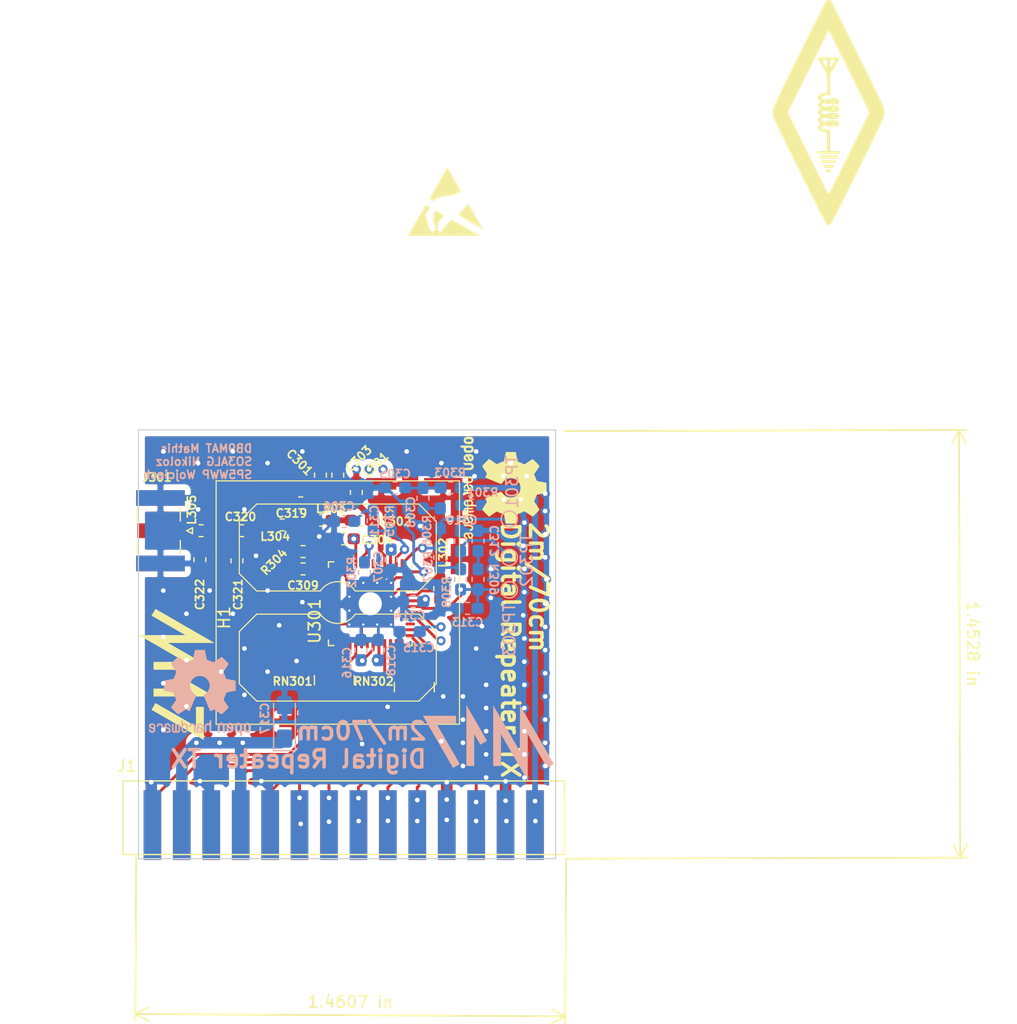
<source format=kicad_pcb>
(kicad_pcb (version 20171130) (host pcbnew "(5.1.5)-3")
  (layers (0 F.Cu signal) (1 In1.Cu signal) (2 In2.Cu signal) (31 B.Cu signal) (34 B.Paste user) (35 F.Paste user) (36 B.SilkS user) (37 F.SilkS user) (38 B.Mask user) (39 F.Mask user) (44 Edge.Cuts user))
  (net 0 "")
  (net 1 +3V3)
  (net 2 GND)
  (net 3 "Net-(C302-Pad2)")
  (net 4 TX)
  (net 5 "Net-(C305-Pad2)")
  (net 6 "Net-(C306-Pad1)")
  (net 7 "Net-(C308-Pad1)")
  (net 8 "Net-(C309-Pad1)")
  (net 9 "Net-(C310-Pad1)")
  (net 10 "Net-(C311-Pad1)")
  (net 11 "Net-(C311-Pad2)")
  (net 12 "Net-(C312-Pad1)")
  (net 13 "Net-(C313-Pad1)")
  (net 14 "Net-(C315-Pad1)")
  (net 15 "Net-(C316-Pad2)")
  (net 16 "Net-(C319-Pad1)")
  (net 17 "Net-(C320-Pad2)")
  (net 18 "Net-(C320-Pad1)")
  (net 19 "Net-(C322-Pad2)")
  (net 20 "Net-(L302-Pad2)")
  (net 21 "Net-(L302-Pad1)")
  (net 22 FM_MOD)
  (net 23 "Net-(R302-Pad1)")
  (net 24 "Net-(R304-Pad1)")
  (net 25 "Net-(R306-Pad1)")
  (net 26 "Net-(RN301-Pad2)")
  (net 27 "Net-(RN301-Pad3)")
  (net 28 "Net-(RN301-Pad1)")
  (net 29 "Net-(RN301-Pad4)")
  (net 30 ADF_SCLK)
  (net 31 ADF_SREAD)
  (net 32 ADF_SDATA)
  (net 33 ADF_SLE)
  (net 34 SPI2_MOSI)
  (net 35 SPI2_MISO)
  (net 36 SPI2_SCK)
  (net 37 ADF_MUXOUT)
  (net 38 "Net-(RN302-Pad4)")
  (net 39 "Net-(RN302-Pad1)")
  (net 40 "Net-(RN302-Pad3)")
  (net 41 "Net-(RN302-Pad2)")
  (net 42 "Net-(U301-Pad6)")
  (net 43 "Net-(U301-Pad7)")
  (net 44 "Net-(U301-Pad13)")
  (net 45 "Net-(U301-Pad14)")
  (net 46 "Net-(U301-Pad15)")
  (net 47 "Net-(U301-Pad16)")
  (net 48 "Net-(U301-Pad17)")
  (net 49 "Net-(U301-Pad18)")
  (net 50 "Net-(U301-Pad20)")
  (net 51 "Net-(U301-Pad21)")
  (net 52 "Net-(U301-Pad23)")
  (net 53 ADF_CE)
  (net 54 "Net-(U301-Pad30)")
  (net 55 ADF_SWD)
  (net 56 "Net-(U301-Pad39)")
  (net 57 EXT_OSC2_IN)
  (module Symbol:OSHW-Logo2_9.8x8mm_SilkScreen (layer B.Cu) (at 135.3 115.7 180)
    (fp_text reference REF** hide)
    (fp_text value OSHW-Logo2_9.8x8mm_SilkScreen hide)
  )
  (module Symbol:OSHW-Logo2_9.8x8mm_SilkScreen (layer F.Cu) (at 161.5 98 270)
    (fp_text reference REF** hide)
    (fp_text value OSHW-Logo2_9.8x8mm_SilkScreen hide)
  )
  (module Symbol:ESD-Logo_6.6x6mm_SilkScreen (layer F.Cu) (at 156.5 73.3)
    (fp_text reference REF** hide)
    (fp_text value ESD-Logo_6.6x6mm_SilkScreen hide)
  )
  (module lib:m17_silk_Logo (layer B.Cu) (at 160.2 120 180)
    (fp_text reference G*** hide)
    (fp_text value LOGO hide)
  )
  (module lib:m17_silk_Logo (layer F.Cu) (at 133.3 114.1 270)
    (fp_text reference G*** hide)
    (fp_text value LOGO hide)
  )
  (module lib:Ham_Logo (layer F.Cu) (at 189.3 65.6)
    (fp_text reference G*** hide)
    (fp_text value LOGO hide)
  )
  (module Inductor_SMD:L_0603_1608Metric_Pad1.05x0.95mm_HandSolder (layer F.Cu) (at 145.8 100.8 180)
    (fp_text reference L303 (at -0.8 1) (layer F.SilkS) (effects (font (size 0.7 0.7))))
    (fp_text value 20n)
    (pad 1 smd roundrect (at -0.875 0 180) (size 1.05 0.95) (layers F.Cu F.Paste F.Mask) (net 4 TX))
    (pad 2 smd roundrect (at 0.875 0 180) (size 1.05 0.95) (layers F.Cu F.Paste F.Mask) (net 16 "Net-(C319-Pad1)"))
  )
  (module Inductor_SMD:L_0603_1608Metric_Pad1.05x0.95mm_HandSolder (layer F.Cu) (at 142.4 101.2 180)
    (fp_text reference L304 (at 0.6 -1) (layer F.SilkS) (effects (font (size 0.7 0.7))))
    (fp_text value 22n)
    (pad 2 smd roundrect (at 0.875 0 180) (size 1.05 0.95) (layers F.Cu F.Paste F.Mask) (net 17 "Net-(C320-Pad2)"))
    (pad 1 smd roundrect (at -0.875 0 180) (size 1.05 0.95) (layers F.Cu F.Paste F.Mask) (net 16 "Net-(C319-Pad1)"))
  )
  (module Capacitor_SMD:C_0603_1608Metric_Pad1.05x0.95mm_HandSolder (layer F.Cu) (at 138.9 101.7)
    (fp_text reference C320 (at -0.1 -1.2) (layer F.SilkS) (effects (font (size 0.7 0.7))))
    (fp_text value 1000p)
    (pad 1 smd roundrect (at -0.875 0) (size 1.05 0.95) (layers F.Cu F.Paste F.Mask) (net 18 "Net-(C320-Pad1)"))
    (pad 2 smd roundrect (at 0.875 0) (size 1.05 0.95) (layers F.Cu F.Paste F.Mask) (net 17 "Net-(C320-Pad2)"))
  )
  (module Connector_Coaxial:SMA_Samtec_SMA-J-P-X-ST-EM1_EdgeMount (layer F.Cu) (at 131.9 101.7 270)
    (fp_text reference J301 (at -4.6 0.3 180) (layer F.SilkS) (effects (font (size 0.7 0.7))))
    (fp_text value Out)
    (pad 2 smd rect (at -2.825 0 270) (size 1.35 4.2) (layers B.Cu B.Paste B.Mask) (net 2 GND))
    (pad 2 smd rect (at 2.825 0 270) (size 1.35 4.2) (layers B.Cu B.Paste B.Mask) (net 2 GND))
    (pad 2 smd rect (at -2.825 0 270) (size 1.35 4.2) (layers F.Cu F.Paste F.Mask) (net 2 GND))
    (pad 2 smd rect (at 2.825 0 270) (size 1.35 4.2) (layers F.Cu F.Paste F.Mask) (net 2 GND))
    (pad 1 smd rect (at 0 0.2 270) (size 1.27 3.6) (layers F.Cu F.Paste F.Mask) (net 19 "Net-(C322-Pad2)"))
  )
  (module TestPoint:TestPoint_Pad_D1.0mm (layer B.Cu) (at 162 100.7 180)
    (fp_text reference TP301 (at -0.25 3.2 90) (layer B.SilkS) (effects (justify mirror)))
    (fp_text value TestPoint_Probe)
    (pad 1 smd circle (at 0 0 180) (size 1 1) (layers B.Cu B.Mask) (net 25 "Net-(R306-Pad1)"))
  )
  (module TestPoint:TestPoint_Pad_D1.0mm (layer B.Cu) (at 162 104 180)
    (fp_text reference TP302 (at -1.5 -0.25 90) (layer B.SilkS) (effects (justify mirror)))
    (fp_text value TestPoint_Probe)
    (pad 1 smd circle (at 0 0 180) (size 1 1) (layers B.Cu B.Mask) (net 9 "Net-(C310-Pad1)"))
  )
  (module TestPoint:TestPoint_Pad_D1.0mm (layer B.Cu) (at 162 106.8 180)
    (fp_text reference TP303 (at 0 -3.45 90) (layer B.SilkS) (effects (justify mirror)))
    (fp_text value TestPoint_Probe)
    (pad 1 smd circle (at 0 0 180) (size 1 1) (layers B.Cu B.Mask) (net 13 "Net-(C313-Pad1)"))
  )
  (module Capacitor_SMD:C_0603_1608Metric_Pad1.05x0.95mm_HandSolder (layer F.Cu) (at 138.5 104.3 90)
    (fp_text reference C321 (at -2.9 0.1 90) (layer F.SilkS) (effects (font (size 0.7 0.7))))
    (fp_text value 9p1)
    (pad 2 smd roundrect (at 0.875 0 90) (size 1.05 0.95) (layers F.Cu F.Paste F.Mask) (net 18 "Net-(C320-Pad1)"))
    (pad 1 smd roundrect (at -0.875 0 90) (size 1.05 0.95) (layers F.Cu F.Paste F.Mask) (net 2 GND))
  )
  (module Capacitor_SMD:C_0603_1608Metric_Pad1.05x0.95mm_HandSolder (layer F.Cu) (at 149.2 100.8)
    (fp_text reference C302 (at 3 0.1) (layer F.SilkS) (effects (font (size 0.7 0.7))))
    (fp_text value 10p)
    (pad 2 smd roundrect (at 0.875 0) (size 1.05 0.95) (layers F.Cu F.Paste F.Mask) (net 3 "Net-(C302-Pad2)"))
    (pad 1 smd roundrect (at -0.875 0) (size 1.05 0.95) (layers F.Cu F.Paste F.Mask) (net 4 TX))
  )
  (module Capacitor_SMD:C_0603_1608Metric_Pad1.05x0.95mm_HandSolder (layer F.Cu) (at 135.3 104.2 90)
    (fp_text reference C322 (at -3 0 90) (layer F.SilkS) (effects (font (size 0.7 0.7))))
    (fp_text value 9p1)
    (pad 1 smd roundrect (at -0.875 0 90) (size 1.05 0.95) (layers F.Cu F.Paste F.Mask) (net 2 GND))
    (pad 2 smd roundrect (at 0.875 0 90) (size 1.05 0.95) (layers F.Cu F.Paste F.Mask) (net 19 "Net-(C322-Pad2)"))
  )
  (module Capacitor_SMD:C_0603_1608Metric_Pad1.05x0.95mm_HandSolder (layer F.Cu) (at 144 99.3 180)
    (fp_text reference C319 (at 0.8 -0.9) (layer F.SilkS) (effects (font (size 0.7 0.7))))
    (fp_text value 6p8)
    (pad 1 smd roundrect (at -0.875 0 180) (size 1.05 0.95) (layers F.Cu F.Paste F.Mask) (net 16 "Net-(C319-Pad1)"))
    (pad 2 smd roundrect (at 0.875 0 180) (size 1.05 0.95) (layers F.Cu F.Paste F.Mask) (net 2 GND))
  )
  (module Inductor_SMD:L_0603_1608Metric_Pad1.05x0.95mm_HandSolder (layer F.Cu) (at 135.4 101.7 180)
    (fp_text reference L305 (at 0.8 1.8 90) (layer F.SilkS) (effects (font (size 0.7 0.7))))
    (fp_text value 15nH)
    (pad 1 smd roundrect (at -0.875 0 180) (size 1.05 0.95) (layers F.Cu F.Paste F.Mask) (net 18 "Net-(C320-Pad1)"))
    (pad 2 smd roundrect (at 0.875 0 180) (size 1.05 0.95) (layers F.Cu F.Paste F.Mask) (net 19 "Net-(C322-Pad2)"))
  )
  (module Capacitor_SMD:C_0603_1608Metric_Pad1.05x0.95mm_HandSolder (layer F.Cu) (at 144.2 105 180)
    (fp_text reference C309 (at 0 -1.43) (layer F.SilkS) (effects (font (size 0.7 0.7))))
    (fp_text value 100n)
    (pad 2 smd roundrect (at 0.875 0 180) (size 1.05 0.95) (layers F.Cu F.Paste F.Mask) (net 2 GND))
    (pad 1 smd roundrect (at -0.875 0 180) (size 1.05 0.95) (layers F.Cu F.Paste F.Mask) (net 8 "Net-(C309-Pad1)"))
  )
  (module Capacitor_SMD:C_0603_1608Metric_Pad1.05x0.95mm_HandSolder (layer B.Cu) (at 151.8 100.85 270)
    (fp_text reference C311 (at 0 1.43 270) (layer B.SilkS) (effects (font (size 0.7 0.7)) (justify mirror)))
    (fp_text value 22n)
    (pad 1 smd roundrect (at -0.875 0 270) (size 1.05 0.95) (layers B.Cu B.Paste B.Mask) (net 10 "Net-(C311-Pad1)"))
    (pad 2 smd roundrect (at 0.875 0 270) (size 1.05 0.95) (layers B.Cu B.Paste B.Mask) (net 11 "Net-(C311-Pad2)"))
  )
  (module Resistor_SMD:R_0603_1608Metric_Pad1.05x0.95mm_HandSolder (layer F.Cu) (at 144.2 103.5 180)
    (fp_text reference R304 (at 2.5 -0.9 45 unlocked) (layer F.SilkS) (effects (font (size 0.7 0.7))))
    (fp_text value 3k6)
    (pad 1 smd roundrect (at -0.875 0 180) (size 1.05 0.95) (layers F.Cu F.Paste F.Mask) (net 24 "Net-(R304-Pad1)"))
    (pad 2 smd roundrect (at 0.875 0 180) (size 1.05 0.95) (layers F.Cu F.Paste F.Mask) (net 2 GND))
  )
  (module Package_CSP:LFCSP-48-1EP_7x7mm_P0.5mm_EP4.1x4.1mm_ThermalVias (layer F.Cu) (at 150 108 270)
    (fp_text reference U301 (at 1.5 4.8 270) (layer F.SilkS))
    (fp_text value ADF7021)
    (pad 1 smd roundrect (at -3.45 -2.75 270) (size 0.8 0.25) (layers F.Cu F.Paste F.Mask) (net 25 "Net-(R306-Pad1)"))
    (pad 2 smd roundrect (at -3.45 -2.25 270) (size 0.8 0.25) (layers F.Cu F.Paste F.Mask) (net 11 "Net-(C311-Pad2)"))
    (pad 3 smd roundrect (at -3.45 -1.75 270) (size 0.8 0.25) (layers F.Cu F.Paste F.Mask) (net 1 +3V3))
    (pad 4 smd roundrect (at -3.45 -1.25 270) (size 0.8 0.25) (layers F.Cu F.Paste F.Mask) (net 3 "Net-(C302-Pad2)"))
    (pad 5 smd roundrect (at -3.45 -0.75 270) (size 0.8 0.25) (layers F.Cu F.Paste F.Mask) (net 2 GND))
    (pad 6 smd roundrect (at -3.45 -0.25 270) (size 0.8 0.25) (layers F.Cu F.Paste F.Mask) (net 42 "Net-(U301-Pad6)"))
    (pad 7 smd roundrect (at -3.45 0.25 270) (size 0.8 0.25) (layers F.Cu F.Paste F.Mask) (net 43 "Net-(U301-Pad7)"))
    (pad 8 smd roundrect (at -3.45 0.75 270) (size 0.8 0.25) (layers F.Cu F.Paste F.Mask) (net 23 "Net-(R302-Pad1)"))
    (pad 9 smd roundrect (at -3.45 1.25 270) (size 0.8 0.25) (layers F.Cu F.Paste F.Mask) (net 1 +3V3))
    (pad 10 smd roundrect (at -3.45 1.75 270) (size 0.8 0.25) (layers F.Cu F.Paste F.Mask) (net 24 "Net-(R304-Pad1)"))
    (pad 11 smd roundrect (at -3.45 2.25 270) (size 0.8 0.25) (layers F.Cu F.Paste F.Mask) (net 8 "Net-(C309-Pad1)"))
    (pad 12 smd roundrect (at -3.45 2.75 270) (size 0.8 0.25) (layers F.Cu F.Paste F.Mask) (net 2 GND))
    (pad 13 smd roundrect (at -2.75 3.45 270) (size 0.25 0.8) (layers F.Cu F.Paste F.Mask) (net 44 "Net-(U301-Pad13)"))
    (pad 14 smd roundrect (at -2.25 3.45 270) (size 0.25 0.8) (layers F.Cu F.Paste F.Mask) (net 45 "Net-(U301-Pad14)"))
    (pad 15 smd roundrect (at -1.75 3.45 270) (size 0.25 0.8) (layers F.Cu F.Paste F.Mask) (net 46 "Net-(U301-Pad15)"))
    (pad 16 smd roundrect (at -1.25 3.45 270) (size 0.25 0.8) (layers F.Cu F.Paste F.Mask) (net 47 "Net-(U301-Pad16)"))
    (pad 17 smd roundrect (at -0.75 3.45 270) (size 0.25 0.8) (layers F.Cu F.Paste F.Mask) (net 48 "Net-(U301-Pad17)"))
    (pad 18 smd roundrect (at -0.25 3.45 270) (size 0.25 0.8) (layers F.Cu F.Paste F.Mask) (net 49 "Net-(U301-Pad18)"))
    (pad 19 smd roundrect (at 0.25 3.45 270) (size 0.25 0.8) (layers F.Cu F.Paste F.Mask) (net 2 GND))
    (pad 20 smd roundrect (at 0.75 3.45 270) (size 0.25 0.8) (layers F.Cu F.Paste F.Mask) (net 50 "Net-(U301-Pad20)"))
    (pad 21 smd roundrect (at 1.25 3.45 270) (size 0.25 0.8) (layers F.Cu F.Paste F.Mask) (net 51 "Net-(U301-Pad21)"))
    (pad 22 smd roundrect (at 1.75 3.45 270) (size 0.25 0.8) (layers F.Cu F.Paste F.Mask) (net 2 GND))
    (pad 23 smd roundrect (at 2.25 3.45 270) (size 0.25 0.8) (layers F.Cu F.Paste F.Mask) (net 52 "Net-(U301-Pad23)"))
    (pad 24 smd roundrect (at 2.75 3.45 270) (size 0.25 0.8) (layers F.Cu F.Paste F.Mask) (net 53 ADF_CE))
    (pad 25 smd roundrect (at 3.45 2.75 270) (size 0.8 0.25) (layers F.Cu F.Paste F.Mask) (net 29 "Net-(RN301-Pad4)"))
    (pad 26 smd roundrect (at 3.45 2.25 270) (size 0.8 0.25) (layers F.Cu F.Paste F.Mask) (net 27 "Net-(RN301-Pad3)"))
    (pad 27 smd roundrect (at 3.45 1.75 270) (size 0.8 0.25) (layers F.Cu F.Paste F.Mask) (net 26 "Net-(RN301-Pad2)"))
    (pad 28 smd roundrect (at 3.45 1.25 270) (size 0.8 0.25) (layers F.Cu F.Paste F.Mask) (net 28 "Net-(RN301-Pad1)"))
    (pad 29 smd roundrect (at 3.45 0.75 270) (size 0.8 0.25) (layers F.Cu F.Paste F.Mask) (net 2 GND))
    (pad 30 smd roundrect (at 3.45 0.25 270) (size 0.8 0.25) (layers F.Cu F.Paste F.Mask) (net 54 "Net-(U301-Pad30)"))
    (pad 31 smd roundrect (at 3.45 -0.25 270) (size 0.8 0.25) (layers F.Cu F.Paste F.Mask) (net 15 "Net-(C316-Pad2)"))
    (pad 32 smd roundrect (at 3.45 -0.75 270) (size 0.8 0.25) (layers F.Cu F.Paste F.Mask) (net 1 +3V3))
    (pad 33 smd roundrect (at 3.45 -1.25 270) (size 0.8 0.25) (layers F.Cu F.Paste F.Mask) (net 55 ADF_SWD))
    (pad 34 smd roundrect (at 3.45 -1.75 270) (size 0.8 0.25) (layers F.Cu F.Paste F.Mask) (net 38 "Net-(RN302-Pad4)"))
    (pad 35 smd roundrect (at 3.45 -2.25 270) (size 0.8 0.25) (layers F.Cu F.Paste F.Mask) (net 40 "Net-(RN302-Pad3)"))
    (pad 36 smd roundrect (at 3.45 -2.75 270) (size 0.8 0.25) (layers F.Cu F.Paste F.Mask) (net 41 "Net-(RN302-Pad2)"))
    (pad 37 smd roundrect (at 2.75 -3.45 270) (size 0.25 0.8) (layers F.Cu F.Paste F.Mask) (net 39 "Net-(RN302-Pad1)"))
    (pad 38 smd roundrect (at 2.25 -3.45 270) (size 0.25 0.8) (layers F.Cu F.Paste F.Mask) (net 57 EXT_OSC2_IN))
    (pad 39 smd roundrect (at 1.75 -3.45 270) (size 0.25 0.8) (layers F.Cu F.Paste F.Mask) (net 56 "Net-(U301-Pad39)"))
    (pad 40 smd roundrect (at 1.25 -3.45 270) (size 0.25 0.8) (layers F.Cu F.Paste F.Mask) (net 1 +3V3))
    (pad 41 smd roundrect (at 0.75 -3.45 270) (size 0.25 0.8) (layers F.Cu F.Paste F.Mask) (net 14 "Net-(C315-Pad1)"))
    (pad 42 smd roundrect (at 0.25 -3.45 270) (size 0.25 0.8) (layers F.Cu F.Paste F.Mask) (net 13 "Net-(C313-Pad1)"))
    (pad 43 smd roundrect (at -0.25 -3.45 270) (size 0.25 0.8) (layers F.Cu F.Paste F.Mask) (net 1 +3V3))
    (pad 44 smd roundrect (at -0.75 -3.45 270) (size 0.25 0.8) (layers F.Cu F.Paste F.Mask) (net 20 "Net-(L302-Pad2)"))
    (pad 45 smd roundrect (at -1.25 -3.45 270) (size 0.25 0.8) (layers F.Cu F.Paste F.Mask) (net 2 GND))
    (pad 46 smd roundrect (at -1.75 -3.45 270) (size 0.25 0.8) (layers F.Cu F.Paste F.Mask) (net 21 "Net-(L302-Pad1)"))
    (pad 47 smd roundrect (at -2.25 -3.45 270) (size 0.25 0.8) (layers F.Cu F.Paste F.Mask) (net 2 GND))
    (pad 48 smd roundrect (at -2.75 -3.45 270) (size 0.25 0.8) (layers F.Cu F.Paste F.Mask) (net 10 "Net-(C311-Pad1)"))
    (pad 49 smd rect (at 0 0 270) (size 4.1 4.1) (layers F.Cu F.Mask) (net 2 GND))
    (pad 49 thru_hole circle (at -1.8 -1.8 270) (size 0.5 0.5) (drill 0.2) (layers *.Cu) (net 2 GND))
    (pad 49 thru_hole circle (at -0.6 -1.8 270) (size 0.5 0.5) (drill 0.2) (layers *.Cu) (net 2 GND))
    (pad 49 thru_hole circle (at 0.6 -1.8 270) (size 0.5 0.5) (drill 0.2) (layers *.Cu) (net 2 GND))
    (pad 49 thru_hole circle (at 1.8 -1.8 270) (size 0.5 0.5) (drill 0.2) (layers *.Cu) (net 2 GND))
    (pad 49 thru_hole circle (at -1.8 -0.6 270) (size 0.5 0.5) (drill 0.2) (layers *.Cu) (net 2 GND))
    (pad 49 thru_hole circle (at 0 0 270) (size 2.5 2.5) (drill 2) (layers *.Cu) (net 2 GND))
    (pad 49 thru_hole circle (at 1.8 -0.6 270) (size 0.5 0.5) (drill 0.2) (layers *.Cu) (net 2 GND))
    (pad 49 thru_hole circle (at -1.8 0.6 270) (size 0.5 0.5) (drill 0.2) (layers *.Cu) (net 2 GND))
    (pad 49 thru_hole circle (at 1.8 0.6 270) (size 0.5 0.5) (drill 0.2) (layers *.Cu) (net 2 GND))
    (pad 49 thru_hole circle (at -1.8 1.8 270) (size 0.5 0.5) (drill 0.2) (layers *.Cu) (net 2 GND))
    (pad 49 thru_hole circle (at -0.6 1.8 270) (size 0.5 0.5) (drill 0.2) (layers *.Cu) (net 2 GND))
    (pad 49 thru_hole circle (at 0.6 1.8 270) (size 0.5 0.5) (drill 0.2) (layers *.Cu) (net 2 GND))
    (pad 49 thru_hole circle (at 1.8 1.8 270) (size 0.5 0.5) (drill 0.2) (layers *.Cu) (net 2 GND))
    (pad 49 smd rect (at 0 0 270) (size 4.1 4.1) (layers B.Cu) (net 2 GND))
  )
  (module Capacitor_SMD:C_0603_1608Metric_Pad1.05x0.95mm_HandSolder (layer F.Cu) (at 145.7 96.9 90)
    (fp_text reference C301 (at 1.1 -1.8 315 unlocked) (layer F.SilkS) (effects (font (size 0.7 0.7))))
    (fp_text value 220p)
    (pad 1 smd roundrect (at -0.875 0 90) (size 1.05 0.95) (layers F.Cu F.Paste F.Mask) (net 1 +3V3))
    (pad 2 smd roundrect (at 0.875 0 90) (size 1.05 0.95) (layers F.Cu F.Paste F.Mask) (net 2 GND))
  )
  (module Capacitor_SMD:C_0603_1608Metric_Pad1.05x0.95mm_HandSolder (layer F.Cu) (at 147.2 96.9 90)
    (fp_text reference C303 (at 1.4 1.8 45 unlocked) (layer F.SilkS) (effects (font (size 0.7 0.7))))
    (fp_text value 10n)
    (pad 1 smd roundrect (at -0.875 0 90) (size 1.05 0.95) (layers F.Cu F.Paste F.Mask) (net 1 +3V3))
    (pad 2 smd roundrect (at 0.875 0 90) (size 1.05 0.95) (layers F.Cu F.Paste F.Mask) (net 2 GND))
  )
  (module Capacitor_SMD:C_0603_1608Metric_Pad1.05x0.95mm_HandSolder (layer F.Cu) (at 147.7 102.4 180)
    (fp_text reference C304 (at -2.9 -0.1) (layer F.SilkS) (effects (font (size 0.7 0.7))))
    (fp_text value 10n)
    (pad 1 smd roundrect (at -0.875 0 180) (size 1.05 0.95) (layers F.Cu F.Paste F.Mask) (net 1 +3V3))
    (pad 2 smd roundrect (at 0.875 0 180) (size 1.05 0.95) (layers F.Cu F.Paste F.Mask) (net 2 GND))
  )
  (module Capacitor_SMD:C_0603_1608Metric_Pad1.05x0.95mm_HandSolder (layer B.Cu) (at 152.15 98)
    (fp_text reference C305 (at 0 -1.2) (layer B.SilkS) (effects (font (size 0.7 0.7)) (justify mirror)))
    (fp_text value 2n2)
    (pad 1 smd roundrect (at -0.875 0) (size 1.05 0.95) (layers B.Cu B.Paste B.Mask) (net 2 GND))
    (pad 2 smd roundrect (at 0.875 0) (size 1.05 0.95) (layers B.Cu B.Paste B.Mask) (net 5 "Net-(C305-Pad2)"))
  )
  (module Capacitor_SMD:C_0603_1608Metric_Pad1.05x0.95mm_HandSolder (layer B.Cu) (at 147.75 100.9 180)
    (fp_text reference C306 (at 0.45 1.3) (layer B.SilkS) (effects (font (size 0.7 0.7)) (justify mirror)))
    (fp_text value 100n)
    (pad 2 smd roundrect (at 0.875 0 180) (size 1.05 0.95) (layers B.Cu B.Paste B.Mask) (net 2 GND))
    (pad 1 smd roundrect (at -0.875 0 180) (size 1.05 0.95) (layers B.Cu B.Paste B.Mask) (net 6 "Net-(C306-Pad1)"))
  )
  (module Capacitor_SMD:C_0603_1608Metric_Pad1.05x0.95mm_HandSolder (layer B.Cu) (at 151.8 104.2 270)
    (fp_text reference C307 (at 0.6 1.1 90) (layer B.SilkS) (effects (font (size 0.7 0.7)) (justify mirror)))
    (fp_text value 10n)
    (pad 1 smd roundrect (at -0.875 0 270) (size 1.05 0.95) (layers B.Cu B.Paste B.Mask) (net 1 +3V3))
    (pad 2 smd roundrect (at 0.875 0 270) (size 1.05 0.95) (layers B.Cu B.Paste B.Mask) (net 2 GND))
  )
  (module Capacitor_SMD:C_0603_1608Metric_Pad1.05x0.95mm_HandSolder (layer B.Cu) (at 154.55 98.9 90)
    (fp_text reference C308 (at -1.2 -1.05 90) (layer B.SilkS) (effects (font (size 0.7 0.7)) (justify mirror)))
    (fp_text value 100n)
    (pad 2 smd roundrect (at 0.875 0 90) (size 1.05 0.95) (layers B.Cu B.Paste B.Mask) (net 5 "Net-(C305-Pad2)"))
    (pad 1 smd roundrect (at -0.875 0 90) (size 1.05 0.95) (layers B.Cu B.Paste B.Mask) (net 7 "Net-(C308-Pad1)"))
  )
  (module Capacitor_SMD:C_0603_1608Metric_Pad1.05x0.95mm_HandSolder (layer B.Cu) (at 157.8 102.6 90)
    (fp_text reference C310 (at 1.8 0.1 180) (layer B.SilkS) (effects (font (size 0.7 0.7)) (justify mirror)))
    (fp_text value 470p)
    (pad 2 smd roundrect (at 0.875 0 90) (size 1.05 0.95) (layers B.Cu B.Paste B.Mask) (net 2 GND))
    (pad 1 smd roundrect (at -0.875 0 90) (size 1.05 0.95) (layers B.Cu B.Paste B.Mask) (net 9 "Net-(C310-Pad1)"))
  )
  (module Capacitor_SMD:C_0603_1608Metric_Pad1.05x0.95mm_HandSolder (layer B.Cu) (at 159.3 102.575 90)
    (fp_text reference C312 (at 0 1.43 90) (layer B.SilkS) (effects (font (size 0.7 0.7)) (justify mirror)))
    (fp_text value 15n)
    (pad 2 smd roundrect (at 0.875 0 90) (size 1.05 0.95) (layers B.Cu B.Paste B.Mask) (net 2 GND))
    (pad 1 smd roundrect (at -0.875 0 90) (size 1.05 0.95) (layers B.Cu B.Paste B.Mask) (net 12 "Net-(C312-Pad1)"))
  )
  (module Capacitor_SMD:C_0603_1608Metric_Pad1.05x0.95mm_HandSolder (layer B.Cu) (at 158.4 108.4 180)
    (fp_text reference C313 (at 0 -1.2 180) (layer B.SilkS) (effects (font (size 0.7 0.7)) (justify mirror)))
    (fp_text value 1n)
    (pad 2 smd roundrect (at 0.875 0 180) (size 1.05 0.95) (layers B.Cu B.Paste B.Mask) (net 2 GND))
    (pad 1 smd roundrect (at -0.875 0 180) (size 1.05 0.95) (layers B.Cu B.Paste B.Mask) (net 13 "Net-(C313-Pad1)"))
  )
  (module Capacitor_SMD:C_0603_1608Metric_Pad1.05x0.95mm_HandSolder (layer B.Cu) (at 153.7 107.8 180)
    (fp_text reference C314 (at 0.3 -1.2) (layer B.SilkS) (effects (font (size 0.7 0.7)) (justify mirror)))
    (fp_text value 10n)
    (pad 2 smd roundrect (at 0.875 0 180) (size 1.05 0.95) (layers B.Cu B.Paste B.Mask) (net 2 GND))
    (pad 1 smd roundrect (at -0.875 0 180) (size 1.05 0.95) (layers B.Cu B.Paste B.Mask) (net 1 +3V3))
  )
  (module Capacitor_SMD:C_0603_1608Metric_Pad1.05x0.95mm_HandSolder (layer B.Cu) (at 153.4 110.4 180)
    (fp_text reference C315 (at -0.8 -1.4) (layer B.SilkS) (effects (font (size 0.7 0.7)) (justify mirror)))
    (fp_text value 100n)
    (pad 1 smd roundrect (at -0.875 0 180) (size 1.05 0.95) (layers B.Cu B.Paste B.Mask) (net 14 "Net-(C315-Pad1)"))
    (pad 2 smd roundrect (at 0.875 0 180) (size 1.05 0.95) (layers B.Cu B.Paste B.Mask) (net 2 GND))
  )
  (module Capacitor_SMD:C_0603_1608Metric_Pad1.05x0.95mm_HandSolder (layer B.Cu) (at 149.2 112 270)
    (fp_text reference C316 (at 1.1 1.2 270) (layer B.SilkS) (effects (font (size 0.7 0.7)) (justify mirror)))
    (fp_text value 100n)
    (pad 2 smd roundrect (at 0.875 0 270) (size 1.05 0.95) (layers B.Cu B.Paste B.Mask) (net 15 "Net-(C316-Pad2)"))
    (pad 1 smd roundrect (at -0.875 0 270) (size 1.05 0.95) (layers B.Cu B.Paste B.Mask) (net 2 GND))
  )
  (module Capacitor_Tantalum_SMD:CP_EIA-3216-18_Kemet-A_Pad1.58x1.35mm_HandSolder (layer B.Cu) (at 142.6 118.2 90)
    (fp_text reference C317 (at 0.3 -1.7 90) (layer B.SilkS) (effects (font (size 0.7 0.7)) (justify mirror)))
    (fp_text value 22u/TA)
    (pad 1 smd roundrect (at -1.4375 0 90) (size 1.575 1.35) (layers B.Cu B.Paste B.Mask) (roundrect_rratio 0.185185) (net 1 +3V3))
    (pad 2 smd roundrect (at 1.4375 0 90) (size 1.575 1.35) (layers B.Cu B.Paste B.Mask) (roundrect_rratio 0.185185) (net 2 GND))
  )
  (module Capacitor_SMD:C_0603_1608Metric_Pad1.05x0.95mm_HandSolder (layer B.Cu) (at 150.7 112 90)
    (fp_text reference C318 (at -0.9 1.1 -90) (layer B.SilkS) (effects (font (size 0.7 0.7)) (justify mirror)))
    (fp_text value 10n)
    (pad 1 smd roundrect (at -0.875 0 90) (size 1.05 0.95) (layers B.Cu B.Paste B.Mask) (net 1 +3V3))
    (pad 2 smd roundrect (at 0.875 0 90) (size 1.05 0.95) (layers B.Cu B.Paste B.Mask) (net 2 GND))
  )
  (module Inductor_SMD:L_0603_1608Metric_Pad1.05x0.95mm_HandSolder (layer F.Cu) (at 148.8 98.4 270)
    (fp_text reference L301 (at -2.4 -1.7 45 unlocked) (layer F.SilkS) (effects (font (size 0.7 0.7))))
    (fp_text value 15n)
    (pad 1 smd roundrect (at -0.875 0 270) (size 1.05 0.95) (layers F.Cu F.Paste F.Mask) (net 1 +3V3))
    (pad 2 smd roundrect (at 0.875 0 270) (size 1.05 0.95) (layers F.Cu F.Paste F.Mask) (net 3 "Net-(C302-Pad2)"))
  )
  (module Inductor_SMD:L_0603_1608Metric_Pad1.05x0.95mm_HandSolder (layer F.Cu) (at 156 106.7 270)
    (fp_text reference L302 (at -3.1 -0.3 90) (layer F.SilkS) (effects (font (size 0.7 0.7))))
    (fp_text value DNP)
    (pad 2 smd roundrect (at 0.875 0 270) (size 1.05 0.95) (layers F.Cu F.Paste F.Mask) (net 20 "Net-(L302-Pad2)"))
    (pad 1 smd roundrect (at -0.875 0 270) (size 1.05 0.95) (layers F.Cu F.Paste F.Mask) (net 21 "Net-(L302-Pad1)"))
  )
  (module Resistor_SMD:R_0603_1608Metric_Pad1.05x0.95mm_HandSolder (layer B.Cu) (at 158.75 99.5 180)
    (fp_text reference R301 (at -0.95 1.1) (layer B.SilkS) (effects (font (size 0.7 0.7)) (justify mirror)))
    (fp_text value 22k)
    (pad 1 smd roundrect (at -0.875 0 180) (size 1.05 0.95) (layers B.Cu B.Paste B.Mask) (net 2 GND))
    (pad 2 smd roundrect (at 0.875 0 180) (size 1.05 0.95) (layers B.Cu B.Paste B.Mask) (net 22 FM_MOD))
  )
  (module Resistor_SMD:R_0603_1608Metric_Pad1.05x0.95mm_HandSolder (layer B.Cu) (at 149.5 105.3 270)
    (fp_text reference R302 (at 0 1.1 270) (layer B.SilkS) (effects (font (size 0.7 0.7)) (justify mirror)))
    (fp_text value 1k1)
    (pad 1 smd roundrect (at -0.875 0 270) (size 1.05 0.95) (layers B.Cu B.Paste B.Mask) (net 23 "Net-(R302-Pad1)"))
    (pad 2 smd roundrect (at 0.875 0 270) (size 1.05 0.95) (layers B.Cu B.Paste B.Mask) (net 2 GND))
  )
  (module Resistor_SMD:R_0603_1608Metric_Pad1.05x0.95mm_HandSolder (layer B.Cu) (at 156.95 98 180)
    (fp_text reference R303 (at 0.05 1.3) (layer B.SilkS) (effects (font (size 0.7 0.7)) (justify mirror)))
    (fp_text value 47k)
    (pad 2 smd roundrect (at 0.875 0 180) (size 1.05 0.95) (layers B.Cu B.Paste B.Mask) (net 5 "Net-(C305-Pad2)"))
    (pad 1 smd roundrect (at -0.875 0 180) (size 1.05 0.95) (layers B.Cu B.Paste B.Mask) (net 22 FM_MOD))
  )
  (module Resistor_SMD:R_0603_1608Metric_Pad1.05x0.95mm_HandSolder (layer B.Cu) (at 150.25 100.85 90)
    (fp_text reference R305 (at 0 1.43 90) (layer B.SilkS) (effects (font (size 0.7 0.7)) (justify mirror)))
    (fp_text value 3R9)
    (pad 2 smd roundrect (at 0.875 0 90) (size 1.05 0.95) (layers B.Cu B.Paste B.Mask) (net 6 "Net-(C306-Pad1)"))
    (pad 1 smd roundrect (at -0.875 0 90) (size 1.05 0.95) (layers B.Cu B.Paste B.Mask) (net 11 "Net-(C311-Pad2)"))
  )
  (module Resistor_SMD:R_0603_1608Metric_Pad1.05x0.95mm_HandSolder (layer B.Cu) (at 156.05 100.65 90)
    (fp_text reference R306 (at -1.05 -1.15 270) (layer B.SilkS) (effects (font (size 0.7 0.7)) (justify mirror)))
    (fp_text value 47k)
    (pad 2 smd roundrect (at 0.875 0 90) (size 1.05 0.95) (layers B.Cu B.Paste B.Mask) (net 7 "Net-(C308-Pad1)"))
    (pad 1 smd roundrect (at -0.875 0 90) (size 1.05 0.95) (layers B.Cu B.Paste B.Mask) (net 25 "Net-(R306-Pad1)"))
  )
  (module Resistor_SMD:R_0603_1608Metric_Pad1.05x0.95mm_HandSolder (layer B.Cu) (at 156 104 90)
    (fp_text reference R307 (at -0.8 -1 90) (layer B.SilkS) (effects (font (size 0.7 0.7)) (justify mirror)))
    (fp_text value 100)
    (pad 1 smd roundrect (at -0.875 0 90) (size 1.05 0.95) (layers B.Cu B.Paste B.Mask) (net 9 "Net-(C310-Pad1)"))
    (pad 2 smd roundrect (at 0.875 0 90) (size 1.05 0.95) (layers B.Cu B.Paste B.Mask) (net 25 "Net-(R306-Pad1)"))
  )
  (module Resistor_SMD:R_0603_1608Metric_Pad1.05x0.95mm_HandSolder (layer B.Cu) (at 157.8 105.9 90)
    (fp_text reference R308 (at -1.1 -1.2 90) (layer B.SilkS) (effects (font (size 0.7 0.7)) (justify mirror)))
    (fp_text value 560)
    (pad 2 smd roundrect (at 0.875 0 90) (size 1.05 0.95) (layers B.Cu B.Paste B.Mask) (net 9 "Net-(C310-Pad1)"))
    (pad 1 smd roundrect (at -0.875 0 90) (size 1.05 0.95) (layers B.Cu B.Paste B.Mask) (net 13 "Net-(C313-Pad1)"))
  )
  (module Resistor_SMD:R_0603_1608Metric_Pad1.05x0.95mm_HandSolder (layer B.Cu) (at 159.3 105.9 90)
    (fp_text reference R309 (at 0 1.43 90) (layer B.SilkS) (effects (font (size 0.7 0.7)) (justify mirror)))
    (fp_text value 270)
    (pad 1 smd roundrect (at -0.875 0 90) (size 1.05 0.95) (layers B.Cu B.Paste B.Mask) (net 13 "Net-(C313-Pad1)"))
    (pad 2 smd roundrect (at 0.875 0 90) (size 1.05 0.95) (layers B.Cu B.Paste B.Mask) (net 12 "Net-(C312-Pad1)"))
  )
  (module Resistor_SMD:R_Array_Concave_4x0603 (layer F.Cu) (at 146.9 114.6 270)
    (fp_text reference RN301 (at 0.1 3.6 180) (layer F.SilkS) (effects (font (size 0.7 0.7))))
    (fp_text value "4 x 1k ISOLATED")
    (pad 2 smd rect (at -0.85 -0.4 270) (size 0.9 0.4) (layers F.Cu F.Paste F.Mask) (net 26 "Net-(RN301-Pad2)"))
    (pad 3 smd rect (at -0.85 0.4 270) (size 0.9 0.4) (layers F.Cu F.Paste F.Mask) (net 27 "Net-(RN301-Pad3)"))
    (pad 1 smd rect (at -0.85 -1.2 270) (size 0.9 0.4) (layers F.Cu F.Paste F.Mask) (net 28 "Net-(RN301-Pad1)"))
    (pad 4 smd rect (at -0.85 1.2 270) (size 0.9 0.4) (layers F.Cu F.Paste F.Mask) (net 29 "Net-(RN301-Pad4)"))
    (pad 8 smd rect (at 0.85 -1.2 270) (size 0.9 0.4) (layers F.Cu F.Paste F.Mask) (net 30 ADF_SCLK))
    (pad 7 smd rect (at 0.85 -0.4 270) (size 0.9 0.4) (layers F.Cu F.Paste F.Mask) (net 31 ADF_SREAD))
    (pad 6 smd rect (at 0.85 0.4 270) (size 0.9 0.4) (layers F.Cu F.Paste F.Mask) (net 32 ADF_SDATA))
    (pad 5 smd rect (at 0.85 1.2 270) (size 0.9 0.4) (layers F.Cu F.Paste F.Mask) (net 33 ADF_SLE))
  )
  (module Resistor_SMD:R_Array_Concave_4x0603 (layer F.Cu) (at 153.8 115.2 270)
    (fp_text reference RN302 (at -0.5 3.5 180) (layer F.SilkS) (effects (font (size 0.7 0.7))))
    (fp_text value "4 x 1k ISOLATED")
    (pad 5 smd rect (at 0.85 1.2 270) (size 0.9 0.4) (layers F.Cu F.Paste F.Mask) (net 34 SPI2_MOSI))
    (pad 6 smd rect (at 0.85 0.4 270) (size 0.9 0.4) (layers F.Cu F.Paste F.Mask) (net 35 SPI2_MISO))
    (pad 7 smd rect (at 0.85 -0.4 270) (size 0.9 0.4) (layers F.Cu F.Paste F.Mask) (net 36 SPI2_SCK))
    (pad 8 smd rect (at 0.85 -1.2 270) (size 0.9 0.4) (layers F.Cu F.Paste F.Mask) (net 37 ADF_MUXOUT))
    (pad 4 smd rect (at -0.85 1.2 270) (size 0.9 0.4) (layers F.Cu F.Paste F.Mask) (net 38 "Net-(RN302-Pad4)"))
    (pad 1 smd rect (at -0.85 -1.2 270) (size 0.9 0.4) (layers F.Cu F.Paste F.Mask) (net 39 "Net-(RN302-Pad1)"))
    (pad 3 smd rect (at -0.85 0.4 270) (size 0.9 0.4) (layers F.Cu F.Paste F.Mask) (net 40 "Net-(RN302-Pad3)"))
    (pad 2 smd rect (at -0.85 -0.4 270) (size 0.9 0.4) (layers F.Cu F.Paste F.Mask) (net 41 "Net-(RN302-Pad2)"))
  )
  (module edge_contact:edge_2x14pin (layer F.Cu) (at 131.2 127.1)
    (fp_text reference J1 (at -2.2 -5.1) (layer F.SilkS))
    (fp_text value Conn_02x14_Odd_Even)
    (pad 1 smd rect (at 0 0) (size 1.524 6) (layers F.Cu F.Paste F.Mask) (net 53 ADF_CE))
    (pad 3 smd rect (at 2.54 0) (size 1.524 6) (layers F.Cu F.Paste F.Mask) (net 33 ADF_SLE))
    (pad 5 smd rect (at 5.08 0) (size 1.524 6) (layers F.Cu F.Paste F.Mask) (net 32 ADF_SDATA))
    (pad 7 smd rect (at 7.62 0) (size 1.524 6) (layers F.Cu F.Paste F.Mask) (net 31 ADF_SREAD))
    (pad 9 smd rect (at 10.16 0) (size 1.524 6) (layers F.Cu F.Paste F.Mask) (net 30 ADF_SCLK))
    (pad 11 smd rect (at 12.7 0) (size 1.524 6) (layers F.Cu F.Paste F.Mask) (net 55 ADF_SWD))
    (pad 13 smd rect (at 15.24 0) (size 1.524 6) (layers F.Cu F.Paste F.Mask) (net 34 SPI2_MOSI))
    (pad 15 smd rect (at 17.78 0) (size 1.524 6) (layers F.Cu F.Paste F.Mask) (net 35 SPI2_MISO))
    (pad 17 smd rect (at 20.32 0) (size 1.524 6) (layers F.Cu F.Paste F.Mask) (net 36 SPI2_SCK))
    (pad 19 smd rect (at 22.86 0) (size 1.524 6) (layers F.Cu F.Paste F.Mask) (net 37 ADF_MUXOUT))
    (pad 21 smd rect (at 25.4 0) (size 1.524 6) (layers F.Cu F.Paste F.Mask) (net 2 GND))
    (pad 23 smd rect (at 27.94 0) (size 1.524 6) (layers F.Cu F.Paste F.Mask) (net 57 EXT_OSC2_IN))
    (pad 25 smd rect (at 30.48 0) (size 1.524 6) (layers F.Cu F.Paste F.Mask) (net 2 GND))
    (pad 27 smd rect (at 33.02 0) (size 1.524 6) (layers F.Cu F.Paste F.Mask) (net 22 FM_MOD))
    (pad 2 smd rect (at 0 0) (size 1.524 6) (layers B.Cu B.Paste B.Mask) (net 2 GND))
    (pad 4 smd rect (at 2.54 0) (size 1.524 6) (layers B.Cu B.Paste B.Mask) (net 1 +3V3))
    (pad 6 smd rect (at 5.08 0) (size 1.524 6) (layers B.Cu B.Paste B.Mask) (net 2 GND))
    (pad 8 smd rect (at 7.62 0) (size 1.524 6) (layers B.Cu B.Paste B.Mask) (net 1 +3V3))
    (pad 10 smd rect (at 10.16 0) (size 1.524 6) (layers B.Cu B.Paste B.Mask) (net 2 GND))
    (pad 12 smd rect (at 12.7 0) (size 1.524 6) (layers B.Cu B.Paste B.Mask) (net 55 ADF_SWD))
    (pad 14 smd rect (at 15.24 0) (size 1.524 6) (layers B.Cu B.Paste B.Mask) (net 34 SPI2_MOSI))
    (pad 16 smd rect (at 17.78 0) (size 1.524 6) (layers B.Cu B.Paste B.Mask) (net 35 SPI2_MISO))
    (pad 18 smd rect (at 20.32 0) (size 1.524 6) (layers B.Cu B.Paste B.Mask) (net 36 SPI2_SCK))
    (pad 20 smd rect (at 22.86 0) (size 1.524 6) (layers B.Cu B.Paste B.Mask) (net 37 ADF_MUXOUT))
    (pad 22 smd rect (at 25.4 0) (size 1.524 6) (layers B.Cu B.Paste B.Mask) (net 2 GND))
    (pad 24 smd rect (at 27.94 0) (size 1.524 6) (layers B.Cu B.Paste B.Mask) (net 57 EXT_OSC2_IN))
    (pad 26 smd rect (at 30.48 0) (size 1.524 6) (layers B.Cu B.Paste B.Mask) (net 2 GND))
    (pad 28 smd rect (at 33.02 0) (size 1.524 6) (layers B.Cu B.Paste B.Mask) (net 22 FM_MOD))
  )
  (module lib:WE_36103205_SMD (layer F.Cu) (at 147.2 107.9)
    (fp_text reference H1 (at -9.8 1.3 90) (layer F.SilkS))
    (fp_text value Würt_LGA_Shielding hide)
    (pad 1 smd rect (at -3.75 -10.25) (size 2.6 1) (layers F.Cu F.Paste F.Mask) (net 2 GND))
    (pad 1 smd rect (at 3.75 -10.25) (size 2.6 1) (layers F.Cu F.Paste F.Mask) (net 2 GND))
    (pad 1 smd rect (at 9.1 -10.25) (size 3.3 1) (layers F.Cu F.Paste F.Mask) (net 2 GND))
    (pad 1 smd rect (at 10.25 -9.1) (size 1 3.3) (layers F.Cu F.Paste F.Mask) (net 2 GND))
    (pad 1 smd rect (at 9.1 10.25) (size 3.3 1) (layers F.Cu F.Paste F.Mask) (net 2 GND))
    (pad 1 smd rect (at 10.25 9.1) (size 1 3.3) (layers F.Cu F.Paste F.Mask) (net 2 GND))
    (pad 1 smd rect (at -3.75 10.25) (size 2.6 1) (layers F.Cu F.Paste F.Mask) (net 2 GND))
    (pad 1 smd rect (at 3.75 10.25) (size 2.6 1) (layers F.Cu F.Paste F.Mask) (net 2 GND))
    (pad 1 smd rect (at -9.1 10.25) (size 3.3 1) (layers F.Cu F.Paste F.Mask) (net 2 GND))
    (pad 1 smd rect (at -10.25 9.1) (size 1 3.3) (layers F.Cu F.Paste F.Mask) (net 2 GND))
    (pad 1 smd rect (at -10.25 -9.1) (size 1 3.3) (layers F.Cu F.Paste F.Mask) (net 2 GND))
    (pad 1 smd rect (at -9.1 -10.25) (size 3.3 1) (layers F.Cu F.Paste F.Mask) (net 2 GND))
    (pad 1 smd rect (at -10.25 -3.75) (size 1 2.6) (layers F.Cu F.Paste F.Mask) (net 2 GND))
    (pad 1 smd rect (at -10.25 3.75) (size 1 2.6) (layers F.Cu F.Paste F.Mask) (net 2 GND))
    (pad 1 smd rect (at 10.25 -3.75) (size 1 2.6) (layers F.Cu F.Paste F.Mask) (net 2 GND))
    (pad 1 smd rect (at 10.25 3.75) (size 1 2.6) (layers F.Cu F.Paste F.Mask) (net 2 GND))
  )
  (gr_text "DB9MAT Mathis\nSO3ALG Nikoloz\nSP5WWP Wojciech\n\n" (at 139.9 96.3) (layer B.SilkS) (effects (font (size 0.7 0.7)) (justify left mirror)))
  (gr_text "2m/70cm \nDigital Repeater TX" (at 163.3 100.8 270) (layer F.SilkS) (effects (font (size 1.5 1.5) (thickness 0.3)) (justify left)))
  (gr_line (start 130 130) (end 166 130) (layer Edge.Cuts) (width 0.1))
  (gr_line (start 130 93) (end 130 130) (layer Edge.Cuts) (width 0.1))
  (gr_line (start 166 93) (end 130 93) (layer Edge.Cuts) (width 0.1))
  (gr_line (start 166 130) (end 166 93) (layer Edge.Cuts) (width 0.1))
  (dimension 36.900136 (width 0.15) (layer F.SilkS) (gr_text "36.900 mm" (at 202.154081 111.454325 -89.84472726) (layer F.SilkS) (effects (font (size 1 1) (thickness 0.15)))) (feature1 (pts (xy 166.8 93.1) (xy 201.390505 93.006259))) (feature2 (pts (xy 166.9 130) (xy 201.490505 129.906259))) (crossbar (pts (xy 200.904086 129.907848) (xy 200.804086 93.007848))) (arrow1a (pts (xy 200.804086 93.007848) (xy 201.393557 94.132758))) (arrow1b (pts (xy 200.804086 93.007848) (xy 200.22072 94.135937))) (arrow2a (pts (xy 200.904086 129.907848) (xy 201.487452 128.779759))) (arrow2b (pts (xy 200.904086 129.907848) (xy 200.314615 128.782938))))
  (dimension 37.100539 (width 0.15) (layer F.SilkS) (gr_text "37.101 mm" (at 148.270189 144.804979 -0.3088691348) (layer F.SilkS) (effects (font (size 1 1) (thickness 0.15)))) (feature1 (pts (xy 129.8 129.9) (xy 129.724036 143.99141))) (feature2 (pts (xy 166.9 130.1) (xy 166.824036 144.19141))) (crossbar (pts (xy 166.827197 143.604998) (xy 129.727197 143.404998))) (arrow1a (pts (xy 129.727197 143.404998) (xy 130.856846 142.824658))) (arrow1b (pts (xy 129.727197 143.404998) (xy 130.850523 143.997483))) (arrow2a (pts (xy 166.827197 143.604998) (xy 165.703871 143.012513))) (arrow2b (pts (xy 166.827197 143.604998) (xy 165.697548 144.185338))))
  (gr_text "2m/70cm \nDigital Repeater TX" (at 155 120.2) (layer B.SilkS) (effects (font (size 1.5 1.5) (thickness 0.3)) (justify left mirror)))
  (via (at 135.3 123.3) (size 0.8) (drill 0.4) (layers F.Cu B.Cu) (net 2))
  (via (at 150.525 112.875) (size 0.8) (drill 0.4) (layers F.Cu B.Cu) (net 1))
  (segment (start 150.75 111.45) (end 150.75 112.65) (width 0.25) (layer F.Cu) (net 1))
  (segment (start 150.75 112.65) (end 150.525 112.875) (width 0.25) (layer F.Cu) (net 1))
  (via (at 151.8 103.325) (size 0.8) (drill 0.4) (layers F.Cu B.Cu) (net 1))
  (segment (start 151.75 104.55) (end 151.75 103.375) (width 0.25) (layer F.Cu) (net 1))
  (segment (start 151.75 103.375) (end 151.8 103.325) (width 0.25) (layer F.Cu) (net 1))
  (segment (start 154.622956 107.75) (end 154.755069 107.617887) (width 0.25) (layer F.Cu) (net 1))
  (via (at 154.755069 107.617887) (size 0.8) (drill 0.4) (layers F.Cu B.Cu) (net 1))
  (segment (start 154.575 107.8) (end 154.755069 107.619931) (width 0.25) (layer B.Cu) (net 1))
  (segment (start 153.45 107.75) (end 154.622956 107.75) (width 0.25) (layer F.Cu) (net 1))
  (segment (start 154.755069 107.619931) (end 154.755069 107.617887) (width 0.25) (layer B.Cu) (net 1))
  (segment (start 148.75 102.575) (end 148.575 102.4) (width 0.25) (layer F.Cu) (net 1))
  (segment (start 148.75 104.55) (end 148.75 102.575) (width 0.25) (layer F.Cu) (net 1))
  (via (at 148.575 102.4) (size 0.8) (drill 0.4) (layers F.Cu B.Cu) (net 1))
  (segment (start 142.62 119.6575) (end 142.6 119.6375) (width 1) (layer B.Cu) (net 1))
  (via (at 139 120) (size 0.8) (drill 0.4) (layers F.Cu B.Cu) (net 1))
  (via (at 137 120) (size 0.8) (drill 0.4) (layers F.Cu B.Cu) (net 1))
  (via (at 135 120) (size 0.8) (drill 0.4) (layers F.Cu B.Cu) (net 1))
  (via (at 156.1 111.2) (size 0.8) (drill 0.4) (layers F.Cu B.Cu) (net 1))
  (segment (start 155.9 111.2) (end 156.1 111.2) (width 0.25) (layer F.Cu) (net 1))
  (segment (start 153.45 109.25) (end 153.95 109.25) (width 0.25) (layer F.Cu) (net 1))
  (segment (start 153.95 109.25) (end 155.9 111.2) (width 0.25) (layer F.Cu) (net 1))
  (segment (start 147.25 97.725) (end 147.2 97.775) (width 0.5) (layer F.Cu) (net 1))
  (segment (start 147.2 97.775) (end 145.7 97.775) (width 0.5) (layer F.Cu) (net 1))
  (via (at 148.8 96.4) (size 0.8) (drill 0.4) (layers F.Cu B.Cu) (net 1))
  (via (at 149.9 96.4) (size 0.8) (drill 0.4) (layers F.Cu B.Cu) (net 1))
  (via (at 151.1 96.4) (size 0.8) (drill 0.4) (layers F.Cu B.Cu) (net 1))
  (segment (start 147.45 97.525) (end 147.2 97.775) (width 0.5) (layer F.Cu) (net 1))
  (segment (start 148.8 97.525) (end 147.45 97.525) (width 0.5) (layer F.Cu) (net 1))
  (segment (start 148.8 97.525) (end 148.8 96.4) (width 0.5) (layer F.Cu) (net 1))
  (segment (start 139 120) (end 137 120) (width 1) (layer B.Cu) (net 1))
  (segment (start 137 120) (end 135 120) (width 1) (layer B.Cu) (net 1))
  (segment (start 142.2375 120) (end 139 120) (width 1) (layer B.Cu) (net 1))
  (segment (start 142.6 119.6375) (end 142.2375 120) (width 1) (layer B.Cu) (net 1))
  (segment (start 138.82 120.18) (end 139 120) (width 1) (layer B.Cu) (net 1))
  (segment (start 138.82 127.1) (end 138.82 120.18) (width 1) (layer B.Cu) (net 1))
  (segment (start 133.74 121.26) (end 135 120) (width 1) (layer B.Cu) (net 1))
  (segment (start 133.74 127.1) (end 133.74 121.26) (width 1) (layer B.Cu) (net 1))
  (segment (start 149.25 109.95) (end 149.4 109.8) (width 0.25) (layer F.Cu) (net 2))
  (segment (start 149.25 111.45) (end 149.25 109.95) (width 0.25) (layer F.Cu) (net 2))
  (segment (start 152.25 105.75) (end 151.8 106.2) (width 0.25) (layer F.Cu) (net 2))
  (segment (start 153.45 105.75) (end 152.25 105.75) (width 0.25) (layer F.Cu) (net 2))
  (segment (start 152.45 106.75) (end 151.8 107.4) (width 0.25) (layer F.Cu) (net 2))
  (segment (start 153.45 106.75) (end 152.45 106.75) (width 0.25) (layer F.Cu) (net 2))
  (segment (start 150.75 106.05) (end 150.6 106.2) (width 0.25) (layer F.Cu) (net 2))
  (segment (start 150.75 104.55) (end 150.75 106.05) (width 0.25) (layer F.Cu) (net 2))
  (segment (start 147.950001 105.950001) (end 148.2 106.2) (width 0.25) (layer F.Cu) (net 2))
  (segment (start 147.950001 105.698023) (end 147.950001 105.950001) (width 0.25) (layer F.Cu) (net 2))
  (segment (start 147.25 104.998022) (end 147.950001 105.698023) (width 0.25) (layer F.Cu) (net 2))
  (segment (start 147.25 104.55) (end 147.25 104.998022) (width 0.25) (layer F.Cu) (net 2))
  (segment (start 147.85 108.25) (end 148.2 108.6) (width 0.25) (layer F.Cu) (net 2))
  (segment (start 146.55 108.25) (end 147.85 108.25) (width 0.25) (layer F.Cu) (net 2))
  (segment (start 148.15 109.75) (end 148.2 109.8) (width 0.25) (layer F.Cu) (net 2))
  (segment (start 146.55 109.75) (end 148.15 109.75) (width 0.25) (layer F.Cu) (net 2))
  (segment (start 150.7 109.9) (end 150.6 109.8) (width 0.25) (layer B.Cu) (net 2))
  (segment (start 150.7 111.125) (end 150.7 109.9) (width 0.25) (layer B.Cu) (net 2))
  (segment (start 149.2 110) (end 149.4 109.8) (width 0.25) (layer B.Cu) (net 2))
  (segment (start 149.2 111.125) (end 149.2 110) (width 0.25) (layer B.Cu) (net 2))
  (segment (start 150 106.8) (end 149.4 106.2) (width 0.25) (layer B.Cu) (net 2))
  (segment (start 150 108) (end 150 106.8) (width 0.25) (layer B.Cu) (net 2))
  (segment (start 150.6 106.2) (end 150.246447 106.2) (width 0.25) (layer B.Cu) (net 2))
  (segment (start 150.75 106.05) (end 150.6 106.2) (width 0.25) (layer B.Cu) (net 2))
  (via (at 156.3 116) (size 0.8) (drill 0.4) (layers F.Cu B.Cu) (net 2))
  (segment (start 157.45 117) (end 157.3 117) (width 0.25) (layer F.Cu) (net 2))
  (segment (start 157.3 117) (end 156.3 116) (width 0.25) (layer F.Cu) (net 2))
  (segment (start 152.4 110.4) (end 151.8 109.8) (width 0.25) (layer B.Cu) (net 2))
  (segment (start 152.525 110.4) (end 152.4 110.4) (width 0.25) (layer B.Cu) (net 2))
  (segment (start 143.125 97.975) (end 143.45 97.65) (width 0.25) (layer F.Cu) (net 2))
  (segment (start 143.125 99.3) (end 143.125 97.975) (width 0.25) (layer F.Cu) (net 2))
  (via (at 145.6 102.2) (size 0.8) (drill 0.4) (layers F.Cu B.Cu) (net 2))
  (segment (start 146.825 102.4) (end 145.8 102.4) (width 0.25) (layer F.Cu) (net 2))
  (segment (start 145.8 102.4) (end 145.6 102.2) (width 0.25) (layer F.Cu) (net 2))
  (segment (start 145.6 102.175) (end 146.875 100.9) (width 0.25) (layer B.Cu) (net 2))
  (segment (start 145.6 102.2) (end 145.6 102.175) (width 0.25) (layer B.Cu) (net 2))
  (segment (start 143.734315 103.5) (end 143.325 103.5) (width 0.25) (layer F.Cu) (net 2))
  (segment (start 145.034315 102.2) (end 143.734315 103.5) (width 0.25) (layer F.Cu) (net 2))
  (segment (start 145.6 102.2) (end 145.034315 102.2) (width 0.25) (layer F.Cu) (net 2))
  (segment (start 159.275 101.725) (end 159.3 101.7) (width 0.25) (layer B.Cu) (net 2))
  (segment (start 157.8 101.725) (end 159.275 101.725) (width 0.25) (layer B.Cu) (net 2))
  (via (at 154.3 101.3) (size 0.8) (drill 0.4) (layers F.Cu B.Cu) (net 2))
  (via (at 143.6425 112.9425) (size 0.8) (drill 0.4) (layers F.Cu B.Cu) (net 2))
  (via (at 159.6425 109.9425) (size 0.8) (drill 0.4) (layers F.Cu B.Cu) (net 2))
  (segment (start 153.9 100.9) (end 153.8 100.9) (width 0.25) (layer B.Cu) (net 2))
  (segment (start 151.4 98) (end 151.275 98) (width 0.25) (layer B.Cu) (net 2))
  (segment (start 153.1 99.7) (end 151.4 98) (width 0.25) (layer B.Cu) (net 2))
  (segment (start 153.8 100.9) (end 153.1 100.2) (width 0.25) (layer B.Cu) (net 2))
  (segment (start 154.3 101.3) (end 153.9 100.9) (width 0.25) (layer B.Cu) (net 2))
  (segment (start 153.1 100.2) (end 153.1 99.7) (width 0.25) (layer B.Cu) (net 2))
  (segment (start 150 105.7) (end 150.6 105.1) (width 0.25) (layer B.Cu) (net 2))
  (segment (start 150 108) (end 150 105.7) (width 0.25) (layer B.Cu) (net 2))
  (segment (start 150.6 105.1) (end 150.8 105.1) (width 0.25) (layer B.Cu) (net 2))
  (segment (start 152.2 107.8) (end 151.8 107.4) (width 0.5) (layer B.Cu) (net 2))
  (segment (start 152.825 107.8) (end 152.2 107.8) (width 0.5) (layer B.Cu) (net 2))
  (segment (start 152.6 107.8) (end 151.8 108.6) (width 0.5) (layer B.Cu) (net 2))
  (segment (start 152.825 107.8) (end 152.6 107.8) (width 0.5) (layer B.Cu) (net 2))
  (segment (start 148.2 107.4) (end 147.6 108) (width 0.5) (layer B.Cu) (net 2))
  (segment (start 147.6 108) (end 148.2 108.6) (width 0.5) (layer B.Cu) (net 2))
  (segment (start 149.4 106.2) (end 150.2 106.2) (width 0.5) (layer B.Cu) (net 2))
  (segment (start 151.325 105.075) (end 151.8 105.075) (width 0.5) (layer B.Cu) (net 2))
  (segment (start 150 106.1) (end 150.5 105.6) (width 0.5) (layer B.Cu) (net 2))
  (segment (start 150 108) (end 150 106.1) (width 0.5) (layer B.Cu) (net 2))
  (segment (start 150.2 106.2) (end 150.5 105.6) (width 0.5) (layer B.Cu) (net 2))
  (segment (start 150.5 105.6) (end 151.325 105.075) (width 0.5) (layer B.Cu) (net 2))
  (segment (start 150.675 106.2) (end 151.8 105.075) (width 0.5) (layer B.Cu) (net 2))
  (segment (start 150.6 106.2) (end 150.675 106.2) (width 0.5) (layer B.Cu) (net 2))
  (segment (start 151.8 105.8) (end 151.7 105.9) (width 0.5) (layer B.Cu) (net 2))
  (segment (start 151.8 105.075) (end 151.8 105.8) (width 0.5) (layer B.Cu) (net 2))
  (segment (start 151.7 105.9) (end 151.8 106.2) (width 0.5) (layer B.Cu) (net 2))
  (segment (start 152.825 108.275) (end 152.8 108.3) (width 0.5) (layer B.Cu) (net 2))
  (segment (start 152.825 107.8) (end 152.825 108.275) (width 0.5) (layer B.Cu) (net 2))
  (segment (start 152.8 108.3) (end 153.7 109.2) (width 0.5) (layer B.Cu) (net 2))
  (segment (start 153.750001 109.149999) (end 155.550001 109.149999) (width 0.5) (layer B.Cu) (net 2))
  (segment (start 153.7 109.2) (end 153.750001 109.149999) (width 0.5) (layer B.Cu) (net 2))
  (segment (start 156.3 108.4) (end 157.525 108.4) (width 0.5) (layer B.Cu) (net 2))
  (segment (start 155.550001 109.149999) (end 156.3 108.4) (width 0.5) (layer B.Cu) (net 2))
  (segment (start 161.68 127.1) (end 161.68 126.82) (width 1) (layer F.Cu) (net 2))
  (via (at 161.68 123.32) (size 0.8) (drill 0.4) (layers F.Cu B.Cu) (net 2))
  (segment (start 156.6 127.1) (end 156.6 126.65) (width 1) (layer F.Cu) (net 2))
  (via (at 156.6 123.4) (size 0.8) (drill 0.4) (layers F.Cu B.Cu) (net 2))
  (segment (start 131.1 127) (end 131.1 123.965685) (width 1) (layer B.Cu) (net 2))
  (segment (start 131.2 127.1) (end 131.1 127) (width 1) (layer B.Cu) (net 2))
  (segment (start 131.1 123.965685) (end 131.1 123.4) (width 1) (layer B.Cu) (net 2))
  (via (at 131.1 123.4) (size 0.8) (drill 0.4) (layers F.Cu B.Cu) (net 2))
  (segment (start 136.28 124.28) (end 135.3 123.3) (width 0.5) (layer B.Cu) (net 2))
  (segment (start 136.28 127.1) (end 136.28 124.28) (width 0.5) (layer B.Cu) (net 2))
  (segment (start 141.36 124.06) (end 140.6 123.3) (width 0.5) (layer B.Cu) (net 2))
  (segment (start 141.36 127.1) (end 141.36 124.06) (width 0.5) (layer B.Cu) (net 2))
  (segment (start 156.6 127.1) (end 156.6 123.4) (width 0.5) (layer B.Cu) (net 2))
  (segment (start 161.68 127.1) (end 161.68 123.32) (width 0.5) (layer B.Cu) (net 2))
  (segment (start 140.6 123.3) (end 140.6 123.3) (width 0.5) (layer B.Cu) (net 2))
  (via (at 140.6 123.3) (size 0.8) (drill 0.4) (layers F.Cu B.Cu) (net 2))
  (via (at 149.3 120.1) (size 0.8) (drill 0.4) (layers F.Cu B.Cu) (net 2))
  (via (at 151.5 116.9) (size 0.8) (drill 0.4) (layers F.Cu B.Cu) (net 2))
  (segment (start 161.68 125.07) (end 161.68 123.32) (width 1) (layer F.Cu) (net 2))
  (via (at 161.68 125) (size 0.8) (drill 0.4) (layers F.Cu B.Cu) (net 2))
  (segment (start 161.68 126.82) (end 161.68 125.07) (width 1) (layer F.Cu) (net 2))
  (via (at 161.75 126.75) (size 0.8) (drill 0.4) (layers F.Cu B.Cu) (net 2))
  (segment (start 156.6 124.9) (end 156.6 123.4) (width 1) (layer F.Cu) (net 2))
  (via (at 156.6 124.9) (size 0.8) (drill 0.4) (layers F.Cu B.Cu) (net 2))
  (segment (start 156.6 126.65) (end 156.6 124.9) (width 1) (layer F.Cu) (net 2))
  (via (at 156.6 126.65) (size 0.8) (drill 0.4) (layers F.Cu B.Cu) (net 2))
  (via (at 132.1425 94.863095) (size 0.8) (drill 0.4) (layers F.Cu B.Cu) (net 2))
  (via (at 132.1425 106.863095) (size 0.8) (drill 0.4) (layers F.Cu B.Cu) (net 2))
  (via (at 132.1425 110.863095) (size 0.8) (drill 0.4) (layers F.Cu B.Cu) (net 2))
  (via (at 132.1425 114.863095) (size 0.8) (drill 0.4) (layers F.Cu B.Cu) (net 2))
  (via (at 132.1425 118.863095) (size 0.8) (drill 0.4) (layers F.Cu B.Cu) (net 2))
  (via (at 134.1425 108.863095) (size 0.8) (drill 0.4) (layers F.Cu B.Cu) (net 2))
  (via (at 134.1425 112.863095) (size 0.8) (drill 0.4) (layers F.Cu B.Cu) (net 2))
  (via (at 134.1425 116.863095) (size 0.8) (drill 0.4) (layers F.Cu B.Cu) (net 2))
  (via (at 135.1425 95.863095) (size 0.8) (drill 0.4) (layers F.Cu B.Cu) (net 2))
  (via (at 135.1425 99.863095) (size 0.8) (drill 0.4) (layers F.Cu B.Cu) (net 2))
  (via (at 136.1425 106.863095) (size 0.8) (drill 0.4) (layers F.Cu B.Cu) (net 2))
  (via (at 137.1425 113.863095) (size 0.8) (drill 0.4) (layers F.Cu B.Cu) (net 2))
  (via (at 138.1425 94.863095) (size 0.8) (drill 0.4) (layers F.Cu B.Cu) (net 2))
  (via (at 138.1425 108.863095) (size 0.8) (drill 0.4) (layers F.Cu B.Cu) (net 2))
  (via (at 139.1425 99.863095) (size 0.8) (drill 0.4) (layers F.Cu B.Cu) (net 2))
  (via (at 139.1425 111.863095) (size 0.8) (drill 0.4) (layers F.Cu B.Cu) (net 2))
  (via (at 139.1425 115.863095) (size 0.8) (drill 0.4) (layers F.Cu B.Cu) (net 2))
  (via (at 140.1425 103.863095) (size 0.8) (drill 0.4) (layers F.Cu B.Cu) (net 2))
  (via (at 141.1425 95.863095) (size 0.8) (drill 0.4) (layers F.Cu B.Cu) (net 2))
  (via (at 141.1425 106.863095) (size 0.8) (drill 0.4) (layers F.Cu B.Cu) (net 2))
  (via (at 141.1425 113.863095) (size 0.8) (drill 0.4) (layers F.Cu B.Cu) (net 2))
  (via (at 142.1425 109.863095) (size 0.8) (drill 0.4) (layers F.Cu B.Cu) (net 2))
  (via (at 144.1425 94.863095) (size 0.8) (drill 0.4) (layers F.Cu B.Cu) (net 2))
  (via (at 144.1425 107.863095) (size 0.8) (drill 0.4) (layers F.Cu B.Cu) (net 2))
  (via (at 153.1425 94.863095) (size 0.8) (drill 0.4) (layers F.Cu B.Cu) (net 2))
  (via (at 156.1425 95.863095) (size 0.8) (drill 0.4) (layers F.Cu B.Cu) (net 2))
  (via (at 156.1425 119.863095) (size 0.8) (drill 0.4) (layers F.Cu B.Cu) (net 2))
  (via (at 159.1425 94.863095) (size 0.8) (drill 0.4) (layers F.Cu B.Cu) (net 2))
  (via (at 159.1425 111.863095) (size 0.8) (drill 0.4) (layers F.Cu B.Cu) (net 2))
  (via (at 162.1425 95.863095) (size 0.8) (drill 0.4) (layers F.Cu B.Cu) (net 2))
  (via (at 160 123) (size 0.8) (drill 0.4) (layers F.Cu B.Cu) (net 2))
  (via (at 160 121) (size 0.8) (drill 0.4) (layers F.Cu B.Cu) (net 2))
  (via (at 160 119) (size 0.8) (drill 0.4) (layers F.Cu B.Cu) (net 2))
  (via (at 160 117) (size 0.8) (drill 0.4) (layers F.Cu B.Cu) (net 2))
  (via (at 160 115) (size 0.8) (drill 0.4) (layers F.Cu B.Cu) (net 2))
  (via (at 158 116) (size 0.8) (drill 0.4) (layers F.Cu B.Cu) (net 2))
  (via (at 158 118) (size 0.8) (drill 0.4) (layers F.Cu B.Cu) (net 2))
  (via (at 158 120) (size 0.8) (drill 0.4) (layers F.Cu B.Cu) (net 2))
  (via (at 158 122) (size 0.8) (drill 0.4) (layers F.Cu B.Cu) (net 2))
  (via (at 163.3 123) (size 0.8) (drill 0.4) (layers F.Cu B.Cu) (net 2))
  (via (at 163.3 121) (size 0.8) (drill 0.4) (layers F.Cu B.Cu) (net 2))
  (via (at 163.3 119) (size 0.8) (drill 0.4) (layers F.Cu B.Cu) (net 2))
  (via (at 163.3 117) (size 0.8) (drill 0.4) (layers F.Cu B.Cu) (net 2))
  (via (at 163.3 115) (size 0.8) (drill 0.4) (layers F.Cu B.Cu) (net 2))
  (via (at 163.3 113) (size 0.8) (drill 0.4) (layers F.Cu B.Cu) (net 2))
  (via (at 163.3 111) (size 0.8) (drill 0.4) (layers F.Cu B.Cu) (net 2))
  (via (at 163.2 109) (size 0.8) (drill 0.4) (layers F.Cu B.Cu) (net 2))
  (via (at 163.3 107) (size 0.8) (drill 0.4) (layers F.Cu B.Cu) (net 2))
  (via (at 163.3 105) (size 0.8) (drill 0.4) (layers F.Cu B.Cu) (net 2))
  (via (at 163.2 103) (size 0.8) (drill 0.4) (layers F.Cu B.Cu) (net 2))
  (via (at 163.3 101) (size 0.8) (drill 0.4) (layers F.Cu B.Cu) (net 2))
  (via (at 163 99) (size 0.8) (drill 0.4) (layers F.Cu B.Cu) (net 2))
  (via (at 161.5 99) (size 0.8) (drill 0.4) (layers F.Cu B.Cu) (net 2))
  (via (at 159 97) (size 0.8) (drill 0.4) (layers F.Cu B.Cu) (net 2))
  (via (at 161.5 97) (size 0.8) (drill 0.4) (layers F.Cu B.Cu) (net 2))
  (via (at 163.5 97) (size 0.8) (drill 0.4) (layers F.Cu B.Cu) (net 2))
  (via (at 165.1 98.5) (size 0.8) (drill 0.4) (layers F.Cu B.Cu) (net 2))
  (via (at 165.1 122) (size 0.8) (drill 0.4) (layers F.Cu B.Cu) (net 2))
  (via (at 165.1 120) (size 0.8) (drill 0.4) (layers F.Cu B.Cu) (net 2))
  (via (at 165.1 118) (size 0.8) (drill 0.4) (layers F.Cu B.Cu) (net 2))
  (via (at 165.1 116) (size 0.8) (drill 0.4) (layers F.Cu B.Cu) (net 2))
  (via (at 165.1 114) (size 0.8) (drill 0.4) (layers F.Cu B.Cu) (net 2))
  (via (at 165.1 112) (size 0.8) (drill 0.4) (layers F.Cu B.Cu) (net 2))
  (via (at 165.1 110) (size 0.8) (drill 0.4) (layers F.Cu B.Cu) (net 2))
  (via (at 165.1 108) (size 0.8) (drill 0.4) (layers F.Cu B.Cu) (net 2))
  (via (at 165.2 105.9) (size 0.8) (drill 0.4) (layers F.Cu B.Cu) (net 2))
  (via (at 165.1 104) (size 0.8) (drill 0.4) (layers F.Cu B.Cu) (net 2))
  (via (at 165.1 102) (size 0.8) (drill 0.4) (layers F.Cu B.Cu) (net 2))
  (via (at 165.1 100) (size 0.8) (drill 0.4) (layers F.Cu B.Cu) (net 2))
  (via (at 160.4 105) (size 0.8) (drill 0.4) (layers F.Cu B.Cu) (net 2))
  (via (at 160.4 107.5) (size 0.8) (drill 0.4) (layers F.Cu B.Cu) (net 2))
  (segment (start 151.25 103.848002) (end 150.9 103.498002) (width 0.25) (layer F.Cu) (net 3))
  (segment (start 150.9 103.498002) (end 150.9 103.3) (width 0.25) (layer F.Cu) (net 3))
  (segment (start 151.25 104.55) (end 151.25 103.848002) (width 0.25) (layer F.Cu) (net 3))
  (segment (start 150.075 100.8) (end 150.075 100.75) (width 0.5) (layer F.Cu) (net 3))
  (segment (start 150.9 101.625) (end 150.9 103.3) (width 0.5) (layer F.Cu) (net 3))
  (segment (start 150.075 100.8) (end 150.9 101.625) (width 0.5) (layer F.Cu) (net 3))
  (segment (start 150.075 100.55) (end 148.8 99.275) (width 0.5) (layer F.Cu) (net 3))
  (segment (start 150.075 100.8) (end 150.075 100.55) (width 0.5) (layer F.Cu) (net 3))
  (segment (start 146.675 100.8) (end 148.325 100.8) (width 0.5) (layer F.Cu) (net 4))
  (segment (start 154.575 98) (end 154.55 98.025) (width 0.25) (layer B.Cu) (net 5))
  (segment (start 156.075 98) (end 154.575 98) (width 0.25) (layer B.Cu) (net 5))
  (segment (start 153.05 98.025) (end 153.025 98) (width 0.25) (layer B.Cu) (net 5))
  (segment (start 154.55 98.025) (end 153.05 98.025) (width 0.25) (layer B.Cu) (net 5))
  (segment (start 150.25 99.975) (end 149.55 99.975) (width 0.25) (layer B.Cu) (net 6))
  (segment (start 149.55 99.975) (end 148.625 100.9) (width 0.25) (layer B.Cu) (net 6))
  (segment (start 154.55 99.775) (end 156.05 99.775) (width 0.25) (layer B.Cu) (net 7))
  (segment (start 145.6 105) (end 145.075 105) (width 0.25) (layer F.Cu) (net 8))
  (segment (start 146.77501 103.82499) (end 145.6 105) (width 0.25) (layer F.Cu) (net 8))
  (segment (start 147.473012 103.82499) (end 146.77501 103.82499) (width 0.25) (layer F.Cu) (net 8))
  (segment (start 147.75 104.101978) (end 147.473012 103.82499) (width 0.25) (layer F.Cu) (net 8))
  (segment (start 147.75 104.55) (end 147.75 104.101978) (width 0.25) (layer F.Cu) (net 8))
  (segment (start 156.15 105.025) (end 156 104.875) (width 0.25) (layer B.Cu) (net 9))
  (segment (start 158.42499 102.55001) (end 157.5 103.475) (width 0.25) (layer B.Cu) (net 9))
  (segment (start 160.55001 102.55001) (end 158.42499 102.55001) (width 0.25) (layer B.Cu) (net 9))
  (segment (start 162 104) (end 160.55001 102.55001) (width 0.25) (layer B.Cu) (net 9))
  (segment (start 157.65 104.875) (end 157.8 105.025) (width 0.25) (layer B.Cu) (net 9))
  (segment (start 156 104.875) (end 157.65 104.875) (width 0.25) (layer B.Cu) (net 9))
  (segment (start 157.8 105.025) (end 157.8 103.475) (width 0.25) (layer B.Cu) (net 9))
  (via (at 154.6 105.25) (size 0.8) (drill 0.4) (layers F.Cu B.Cu) (net 10))
  (segment (start 154.6 105.25) (end 153.45 105.25) (width 0.25) (layer F.Cu) (net 10))
  (segment (start 153.95 104.6) (end 154.6 105.25) (width 0.25) (layer B.Cu) (net 10))
  (segment (start 153.75 104.4) (end 153.95 104.6) (width 0.25) (layer B.Cu) (net 10))
  (segment (start 153.75 102.05) (end 153.75 104.4) (width 0.25) (layer B.Cu) (net 10))
  (segment (start 151.8 99.975) (end 151.8 100.1) (width 0.25) (layer B.Cu) (net 10))
  (segment (start 151.8 100.1) (end 153.75 102.05) (width 0.25) (layer B.Cu) (net 10))
  (via (at 152.962347 103.312347) (size 0.8) (drill 0.4) (layers F.Cu B.Cu) (net 11))
  (segment (start 152.25 104.55) (end 152.25 104.024694) (width 0.25) (layer F.Cu) (net 11))
  (segment (start 152.25 104.024694) (end 152.962347 103.312347) (width 0.25) (layer F.Cu) (net 11))
  (segment (start 152.962347 102.887347) (end 151.8 101.725) (width 0.25) (layer B.Cu) (net 11))
  (segment (start 152.962347 103.312347) (end 152.962347 102.887347) (width 0.25) (layer B.Cu) (net 11))
  (segment (start 151.8 101.725) (end 150.25 101.725) (width 0.25) (layer B.Cu) (net 11))
  (segment (start 159.3 103.45) (end 159.3 105.025) (width 0.25) (layer B.Cu) (net 12))
  (segment (start 159.025 106.8) (end 159 106.775) (width 0.25) (layer B.Cu) (net 13))
  (segment (start 157.8 106.775) (end 159.3 106.775) (width 0.25) (layer B.Cu) (net 13))
  (via (at 157.8 106.775) (size 0.8) (drill 0.4) (layers F.Cu B.Cu) (net 13))
  (segment (start 157.6 106.875) (end 157.5 106.775) (width 0.25) (layer F.Cu) (net 13))
  (segment (start 157.8 107.3) (end 157.8 106.775) (width 0.25) (layer F.Cu) (net 13))
  (segment (start 156.67499 108.42501) (end 157.8 107.3) (width 0.25) (layer F.Cu) (net 13))
  (segment (start 153.45 108.25) (end 154.4 108.25) (width 0.25) (layer F.Cu) (net 13))
  (segment (start 154.55 108.4) (end 155.50449 108.4) (width 0.25) (layer F.Cu) (net 13))
  (segment (start 154.4 108.25) (end 154.55 108.4) (width 0.25) (layer F.Cu) (net 13))
  (segment (start 155.50449 108.4) (end 155.5295 108.42501) (width 0.25) (layer F.Cu) (net 13))
  (segment (start 155.5295 108.42501) (end 156.67499 108.42501) (width 0.25) (layer F.Cu) (net 13))
  (segment (start 161.975 106.775) (end 162 106.8) (width 0.25) (layer B.Cu) (net 13))
  (segment (start 159.3 106.775) (end 161.975 106.775) (width 0.25) (layer B.Cu) (net 13))
  (segment (start 159.275 106.8) (end 159.3 106.775) (width 0.25) (layer B.Cu) (net 13))
  (segment (start 159.275 108.4) (end 159.275 106.8) (width 0.25) (layer B.Cu) (net 13))
  (segment (start 154.26359 108.75) (end 155.51359 110) (width 0.25) (layer F.Cu) (net 14))
  (segment (start 153.45 108.75) (end 154.26359 108.75) (width 0.25) (layer F.Cu) (net 14))
  (via (at 156.1 110) (size 0.8) (drill 0.4) (layers F.Cu B.Cu) (net 14))
  (segment (start 155.51359 110) (end 156.1 110) (width 0.25) (layer F.Cu) (net 14))
  (segment (start 154.675 110) (end 154.275 110.4) (width 0.25) (layer B.Cu) (net 14))
  (segment (start 156.1 110) (end 154.675 110) (width 0.25) (layer B.Cu) (net 14))
  (via (at 149.31112 112.909098) (size 0.8) (drill 0.4) (layers F.Cu B.Cu) (net 15))
  (segment (start 149.2 112.875) (end 149.277022 112.875) (width 0.25) (layer B.Cu) (net 15))
  (segment (start 149.277022 112.875) (end 149.31112 112.909098) (width 0.25) (layer B.Cu) (net 15))
  (segment (start 150.25 111.970218) (end 150.25 111.45) (width 0.25) (layer F.Cu) (net 15))
  (segment (start 149.31112 112.909098) (end 150.25 111.970218) (width 0.25) (layer F.Cu) (net 15))
  (segment (start 144.525 101.2) (end 144.925 100.8) (width 0.5) (layer F.Cu) (net 16))
  (segment (start 143.275 101.2) (end 144.525 101.2) (width 0.5) (layer F.Cu) (net 16))
  (segment (start 144.925 99.35) (end 144.875 99.3) (width 0.5) (layer F.Cu) (net 16))
  (segment (start 144.925 100.8) (end 144.925 99.35) (width 0.5) (layer F.Cu) (net 16))
  (segment (start 141.025 101.7) (end 141.525 101.2) (width 0.5) (layer F.Cu) (net 17))
  (segment (start 139.775 101.7) (end 141.025 101.7) (width 0.5) (layer F.Cu) (net 17))
  (segment (start 136.275 101.7) (end 138.025 101.7) (width 0.5) (layer F.Cu) (net 18))
  (segment (start 138.5 102.175) (end 138.025 101.7) (width 0.5) (layer F.Cu) (net 18))
  (segment (start 138.5 103.425) (end 138.5 102.175) (width 0.5) (layer F.Cu) (net 18))
  (segment (start 134.525 102.45) (end 135.3 103.225) (width 0.5) (layer F.Cu) (net 19))
  (segment (start 134.525 101.7) (end 134.525 102.45) (width 0.5) (layer F.Cu) (net 19))
  (segment (start 134.525 101.7) (end 131.7 101.7) (width 0.5) (layer F.Cu) (net 19))
  (segment (start 154.407067 106.892885) (end 155.842885 106.892885) (width 0.25) (layer F.Cu) (net 20))
  (segment (start 153.45 107.25) (end 154.049952 107.25) (width 0.25) (layer F.Cu) (net 20))
  (segment (start 156 107.05) (end 156 107.575) (width 0.25) (layer F.Cu) (net 20))
  (segment (start 154.049952 107.25) (end 154.407067 106.892885) (width 0.25) (layer F.Cu) (net 20))
  (segment (start 155.842885 106.892885) (end 156 107.05) (width 0.25) (layer F.Cu) (net 20))
  (segment (start 153.85 106.25) (end 153.45 106.25) (width 0.25) (layer F.Cu) (net 21))
  (segment (start 155.1 106.25) (end 153.85 106.25) (width 0.25) (layer F.Cu) (net 21))
  (segment (start 155.525 105.825) (end 155.1 106.25) (width 0.25) (layer F.Cu) (net 21))
  (segment (start 156 105.825) (end 155.525 105.825) (width 0.25) (layer F.Cu) (net 21))
  (segment (start 157.875 98.05) (end 157.825 98) (width 0.25) (layer B.Cu) (net 22))
  (segment (start 157.875 99.5) (end 157.875 98.05) (width 0.25) (layer B.Cu) (net 22))
  (segment (start 158.35 98) (end 157.825 98) (width 0.5) (layer B.Cu) (net 22))
  (segment (start 163.353001 98) (end 158.35 98) (width 0.5) (layer B.Cu) (net 22))
  (segment (start 164.22 127.1) (end 164.22 126.78) (width 0.5) (layer B.Cu) (net 22))
  (segment (start 164.22 98.866999) (end 163.353001 98) (width 0.5) (layer B.Cu) (net 22))
  (segment (start 164.22 124.58) (end 164.22 98.866999) (width 0.5) (layer B.Cu) (net 22))
  (segment (start 164.22 125.03) (end 164.22 124.58) (width 0.5) (layer B.Cu) (net 22))
  (via (at 164.22 125.03) (size 0.8) (drill 0.4) (layers F.Cu B.Cu) (net 22))
  (segment (start 164.22 126.78) (end 164.22 125.03) (width 0.5) (layer B.Cu) (net 22))
  (via (at 164.25 126.75) (size 0.8) (drill 0.4) (layers F.Cu B.Cu) (net 22))
  (segment (start 149.475 104.4) (end 149.5 104.425) (width 0.25) (layer B.Cu) (net 23))
  (via (at 149.9 103) (size 0.8) (drill 0.4) (layers F.Cu B.Cu) (net 23))
  (segment (start 149.9 104.025) (end 149.5 104.425) (width 0.25) (layer B.Cu) (net 23))
  (segment (start 149.9 103) (end 149.9 104.025) (width 0.25) (layer B.Cu) (net 23))
  (segment (start 149.25 104.55) (end 149.25 104.05) (width 0.25) (layer F.Cu) (net 23))
  (segment (start 149.7 103.2) (end 149.9 103) (width 0.25) (layer F.Cu) (net 23))
  (segment (start 149.7 103.6) (end 149.7 103.2) (width 0.25) (layer F.Cu) (net 23))
  (segment (start 149.25 104.05) (end 149.7 103.6) (width 0.25) (layer F.Cu) (net 23))
  (segment (start 145.275 103.7) (end 145.075 103.5) (width 0.25) (layer F.Cu) (net 24))
  (segment (start 148.25 103.965568) (end 147.659412 103.37498) (width 0.25) (layer F.Cu) (net 24))
  (segment (start 146.58861 103.37498) (end 146.26359 103.7) (width 0.25) (layer F.Cu) (net 24))
  (segment (start 148.25 104.55) (end 148.25 103.965568) (width 0.25) (layer F.Cu) (net 24))
  (segment (start 147.659412 103.37498) (end 146.58861 103.37498) (width 0.25) (layer F.Cu) (net 24))
  (segment (start 146.26359 103.7) (end 145.275 103.7) (width 0.25) (layer F.Cu) (net 24))
  (segment (start 152.75 104.55) (end 154.05 103.25) (width 0.25) (layer F.Cu) (net 25))
  (via (at 154.5 103.2) (size 0.8) (drill 0.4) (layers F.Cu B.Cu) (net 25))
  (segment (start 154.05 103.25) (end 154.45 103.25) (width 0.25) (layer F.Cu) (net 25))
  (segment (start 154.45 103.25) (end 154.5 103.2) (width 0.25) (layer F.Cu) (net 25))
  (segment (start 155.925 103.2) (end 156 103.125) (width 0.25) (layer B.Cu) (net 25))
  (segment (start 154.5 103.2) (end 155.925 103.2) (width 0.25) (layer B.Cu) (net 25))
  (segment (start 156 101.575) (end 156.05 101.525) (width 0.25) (layer B.Cu) (net 25))
  (segment (start 156 103.125) (end 156 101.575) (width 0.25) (layer B.Cu) (net 25))
  (segment (start 156.05 101) (end 156.05 101.525) (width 0.25) (layer B.Cu) (net 25))
  (segment (start 156.35 100.7) (end 156.05 101) (width 0.25) (layer B.Cu) (net 25))
  (segment (start 162 100.7) (end 156.35 100.7) (width 0.25) (layer B.Cu) (net 25))
  (segment (start 147.3 113.211421) (end 147.3 113.75) (width 0.25) (layer F.Cu) (net 26))
  (segment (start 148.25 112.261421) (end 147.3 113.211421) (width 0.25) (layer F.Cu) (net 26))
  (segment (start 148.25 111.45) (end 148.25 112.261421) (width 0.25) (layer F.Cu) (net 26))
  (segment (start 146.5 113.37501) (end 146.5 113.75) (width 0.25) (layer F.Cu) (net 27))
  (segment (start 147.75 111.45) (end 147.75 112.12501) (width 0.25) (layer F.Cu) (net 27))
  (segment (start 147.75 112.12501) (end 146.5 113.37501) (width 0.25) (layer F.Cu) (net 27))
  (segment (start 148.1 113.1) (end 148.1 113.75) (width 0.25) (layer F.Cu) (net 28))
  (segment (start 148.75 111.45) (end 148.75 112.45) (width 0.25) (layer F.Cu) (net 28))
  (segment (start 148.75 112.45) (end 148.1 113.1) (width 0.25) (layer F.Cu) (net 28))
  (segment (start 145.7 113.4) (end 145.7 113.75) (width 0.25) (layer F.Cu) (net 29))
  (segment (start 147.25 111.45) (end 147.25 111.85) (width 0.25) (layer F.Cu) (net 29))
  (segment (start 147.25 111.85) (end 145.7 113.4) (width 0.25) (layer F.Cu) (net 29))
  (segment (start 144.025001 126.974999) (end 144 127) (width 0.25) (layer F.Cu) (net 55))
  (segment (start 148.1 115.45) (end 147.825001 115.724999) (width 0.25) (layer F.Cu) (net 30))
  (segment (start 141.36 124.24) (end 141.36 127.1) (width 0.25) (layer F.Cu) (net 30))
  (segment (start 142.6 123) (end 141.36 124.24) (width 0.25) (layer F.Cu) (net 30))
  (segment (start 143.63641 123) (end 142.6 123) (width 0.25) (layer F.Cu) (net 30))
  (segment (start 148.1 115.45) (end 148.1 118.53641) (width 0.25) (layer F.Cu) (net 30))
  (segment (start 148.1 118.53641) (end 143.63641 123) (width 0.25) (layer F.Cu) (net 30))
  (segment (start 138.82 122.98) (end 138.82 127.1) (width 0.25) (layer F.Cu) (net 31))
  (segment (start 139.4 122.4) (end 138.82 122.98) (width 0.25) (layer F.Cu) (net 31))
  (segment (start 145.09641 120.84) (end 143.53641 122.4) (width 0.25) (layer F.Cu) (net 31))
  (segment (start 147.3 115.98859) (end 147.1 116.18859) (width 0.25) (layer F.Cu) (net 31))
  (segment (start 143.53641 122.4) (end 139.4 122.4) (width 0.25) (layer F.Cu) (net 31))
  (segment (start 147.3 115.45) (end 147.3 115.98859) (width 0.25) (layer F.Cu) (net 31))
  (segment (start 147.1 116.18859) (end 147.1 118.9) (width 0.25) (layer F.Cu) (net 31))
  (segment (start 147.1 118.9) (end 145.16 120.84) (width 0.25) (layer F.Cu) (net 31))
  (segment (start 145.16 120.84) (end 145.09641 120.84) (width 0.25) (layer F.Cu) (net 31))
  (segment (start 137.4 121.9) (end 136.28 123.02) (width 0.25) (layer F.Cu) (net 32))
  (segment (start 143.4 121.9) (end 137.4 121.9) (width 0.25) (layer F.Cu) (net 32))
  (segment (start 146.5 115.45) (end 146.5 118.8) (width 0.25) (layer F.Cu) (net 32))
  (segment (start 136.28 123.02) (end 136.28 127.1) (width 0.25) (layer F.Cu) (net 32))
  (segment (start 146.5 118.8) (end 143.4 121.9) (width 0.25) (layer F.Cu) (net 32))
  (segment (start 133.74 123.16) (end 133.74 124.862) (width 0.25) (layer F.Cu) (net 33))
  (segment (start 133.74 124.862) (end 133.74 127.1) (width 0.25) (layer F.Cu) (net 33))
  (segment (start 145.9 115.65) (end 145.9 118.7) (width 0.25) (layer F.Cu) (net 33))
  (segment (start 135.45001 121.44999) (end 133.74 123.16) (width 0.25) (layer F.Cu) (net 33))
  (segment (start 145.9 118.7) (end 143.15001 121.44999) (width 0.25) (layer F.Cu) (net 33))
  (segment (start 145.7 115.45) (end 145.9 115.65) (width 0.25) (layer F.Cu) (net 33))
  (segment (start 143.15001 121.44999) (end 135.45001 121.44999) (width 0.25) (layer F.Cu) (net 33))
  (segment (start 146.44 123.85) (end 146.44 125.06) (width 0.25) (layer F.Cu) (net 34))
  (segment (start 148 121.5) (end 146.44 123.06) (width 0.25) (layer F.Cu) (net 34))
  (segment (start 149.985002 121.5) (end 148 121.5) (width 0.25) (layer F.Cu) (net 34))
  (segment (start 152.8 118.685002) (end 149.985002 121.5) (width 0.25) (layer F.Cu) (net 34))
  (segment (start 152.6 116.75) (end 152.8 116.95) (width 0.25) (layer F.Cu) (net 34))
  (segment (start 152.6 116.05) (end 152.6 116.75) (width 0.25) (layer F.Cu) (net 34))
  (segment (start 146.44 123.06) (end 146.44 123.85) (width 0.25) (layer F.Cu) (net 34))
  (segment (start 152.8 116.95) (end 152.8 118.685002) (width 0.25) (layer F.Cu) (net 34))
  (segment (start 146.44 125.06) (end 146.44 126.81) (width 0.25) (layer F.Cu) (net 34))
  (via (at 146.44 124.75) (size 0.8) (drill 0.4) (layers F.Cu B.Cu) (net 34))
  (segment (start 146.44 126.81) (end 146.44 127.1) (width 0.25) (layer F.Cu) (net 34))
  (via (at 146.44 126.81) (size 0.8) (drill 0.4) (layers F.Cu B.Cu) (net 34))
  (segment (start 153.250011 116.899989) (end 153.250011 119.579989) (width 0.25) (layer F.Cu) (net 35))
  (segment (start 153.4 116.75) (end 153.250011 116.899989) (width 0.25) (layer F.Cu) (net 35))
  (segment (start 153.250011 119.579989) (end 148.98 123.85) (width 0.25) (layer F.Cu) (net 35))
  (segment (start 148.98 123.85) (end 148.98 124.77) (width 0.25) (layer F.Cu) (net 35))
  (segment (start 153.4 116.05) (end 153.4 116.75) (width 0.25) (layer F.Cu) (net 35))
  (segment (start 148.98 124.77) (end 148.98 126.52) (width 0.25) (layer F.Cu) (net 35))
  (via (at 148.98 124.77) (size 0.8) (drill 0.4) (layers F.Cu B.Cu) (net 35))
  (segment (start 148.98 126.52) (end 148.98 127.1) (width 0.25) (layer F.Cu) (net 35))
  (via (at 149 126.75) (size 0.8) (drill 0.4) (layers F.Cu B.Cu) (net 35))
  (segment (start 154.2 116.05) (end 154.2 116.76359) (width 0.25) (layer F.Cu) (net 36))
  (segment (start 153.700022 117.263568) (end 153.700022 121.669978) (width 0.25) (layer F.Cu) (net 36))
  (segment (start 151.52 123.85) (end 151.52 124.98) (width 0.25) (layer F.Cu) (net 36))
  (segment (start 153.700022 121.669978) (end 151.52 123.85) (width 0.25) (layer F.Cu) (net 36))
  (segment (start 154.2 116.76359) (end 153.700022 117.263568) (width 0.25) (layer F.Cu) (net 36))
  (segment (start 151.52 124.98) (end 151.52 126.73) (width 0.25) (layer F.Cu) (net 36))
  (via (at 151.52 124.75) (size 0.8) (drill 0.4) (layers F.Cu B.Cu) (net 36))
  (segment (start 151.52 126.73) (end 151.52 127.1) (width 0.25) (layer F.Cu) (net 36))
  (via (at 151.52 126.73) (size 0.8) (drill 0.4) (layers F.Cu B.Cu) (net 36))
  (segment (start 154.2 123.71) (end 154.06 123.85) (width 0.25) (layer F.Cu) (net 37))
  (segment (start 155 116.05) (end 155 116.6) (width 0.25) (layer F.Cu) (net 37))
  (segment (start 154.06 123.85) (end 154.06 124.94) (width 0.25) (layer F.Cu) (net 37))
  (segment (start 154.2 117.4) (end 154.2 123.71) (width 0.25) (layer F.Cu) (net 37))
  (segment (start 155 116.6) (end 154.2 117.4) (width 0.25) (layer F.Cu) (net 37))
  (segment (start 154.06 124.94) (end 154.06 126.44) (width 0.25) (layer F.Cu) (net 37))
  (via (at 154.06 124.94) (size 0.8) (drill 0.4) (layers F.Cu B.Cu) (net 37))
  (segment (start 154.06 126.44) (end 154.06 127.1) (width 0.25) (layer F.Cu) (net 37))
  (via (at 154.06 126.75) (size 0.8) (drill 0.4) (layers F.Cu B.Cu) (net 37))
  (segment (start 151.75 111.45) (end 151.75 113.7) (width 0.25) (layer F.Cu) (net 38))
  (segment (start 152.15 114.35) (end 152.6 114.35) (width 0.25) (layer F.Cu) (net 38))
  (segment (start 151.75 113.95) (end 152.15 114.35) (width 0.25) (layer F.Cu) (net 38))
  (segment (start 151.75 113.7) (end 151.75 113.95) (width 0.25) (layer F.Cu) (net 38))
  (segment (start 155 112.3) (end 155 114.35) (width 0.25) (layer F.Cu) (net 39))
  (segment (start 153.45 110.75) (end 155 112.3) (width 0.25) (layer F.Cu) (net 39))
  (segment (start 152.25 112.05) (end 152.25 111.45) (width 0.25) (layer F.Cu) (net 40))
  (segment (start 153.4 114.3) (end 153.4 113.2) (width 0.25) (layer F.Cu) (net 40))
  (segment (start 153.4 113.2) (end 152.25 112.05) (width 0.25) (layer F.Cu) (net 40))
  (segment (start 152.75 111.45) (end 154.2 112.9) (width 0.25) (layer F.Cu) (net 41))
  (segment (start 154.2 112.9) (end 154.2 114.35) (width 0.25) (layer F.Cu) (net 41))
  (segment (start 135.06202 120.99998) (end 131.2 124.862) (width 0.25) (layer F.Cu) (net 53))
  (segment (start 131.2 124.862) (end 131.2 127.1) (width 0.25) (layer F.Cu) (net 53))
  (segment (start 145.174999 112.125001) (end 145.174999 118.788591) (width 0.25) (layer F.Cu) (net 53))
  (segment (start 146.55 110.75) (end 145.174999 112.125001) (width 0.25) (layer F.Cu) (net 53))
  (segment (start 145.174999 118.788591) (end 142.96361 120.99998) (width 0.25) (layer F.Cu) (net 53))
  (segment (start 142.96361 120.99998) (end 135.06202 120.99998) (width 0.25) (layer F.Cu) (net 53))
  (segment (start 143.9 123.5) (end 143.9 125.1) (width 0.25) (layer F.Cu) (net 55))
  (segment (start 148.6 118.8) (end 143.9 123.5) (width 0.25) (layer F.Cu) (net 55))
  (segment (start 148.6 117.478587) (end 148.6 118.8) (width 0.25) (layer F.Cu) (net 55))
  (segment (start 151.25 111.45) (end 151.25 114.828587) (width 0.25) (layer F.Cu) (net 55))
  (segment (start 151.25 114.828587) (end 148.6 117.478587) (width 0.25) (layer F.Cu) (net 55))
  (segment (start 144 127) (end 143.9 127.1) (width 0.25) (layer F.Cu) (net 55))
  (via (at 144 127) (size 0.8) (drill 0.4) (layers F.Cu B.Cu) (net 55))
  (segment (start 143.9 125.1) (end 143.9 127.1) (width 0.25) (layer F.Cu) (net 55))
  (via (at 143.9 124.75) (size 0.8) (drill 0.4) (layers F.Cu B.Cu) (net 55))
  (segment (start 159.1 120.84359) (end 159.14 120.88359) (width 0.25) (layer F.Cu) (net 57))
  (segment (start 159.1 115.76359) (end 159.1 120.84359) (width 0.25) (layer F.Cu) (net 57))
  (segment (start 154.17501 110.8386) (end 159.1 115.76359) (width 0.25) (layer F.Cu) (net 57))
  (segment (start 153.45 110.25) (end 153.898022 110.25) (width 0.25) (layer F.Cu) (net 57))
  (segment (start 154.17501 110.526988) (end 154.17501 110.8386) (width 0.25) (layer F.Cu) (net 57))
  (segment (start 159.14 120.88359) (end 159.14 125.11) (width 0.25) (layer F.Cu) (net 57))
  (segment (start 153.898022 110.25) (end 154.17501 110.526988) (width 0.25) (layer F.Cu) (net 57))
  (segment (start 159.14 125.11) (end 159.14 127.1) (width 0.25) (layer F.Cu) (net 57))
  (via (at 159.14 125.11) (size 0.8) (drill 0.4) (layers F.Cu B.Cu) (net 57))
  (segment (start 159.14 127.1) (end 159.14 127.1) (width 0.25) (layer F.Cu) (net 57))
  (via (at 159.14 126.75) (size 0.8) (drill 0.4) (layers F.Cu B.Cu) (net 57))
  (zone (net 2) (net_name GND) (layer F.Cu) (connect_pads (clearance 0.508)) (min_thickness 0.254) (fill yes (arc_segments 32) (thermal_gap 0.508) (thermal_bridge_width 0.508))
    (polygon (pts (xy 166 130) (xy 130 130) (xy 130 93) (xy 166 93)))
  )
  (zone (net 2) (net_name GND) (layer B.Cu) (connect_pads (clearance 0.508)) (min_thickness 0.254) (fill yes (arc_segments 32) (thermal_gap 0.508) (thermal_bridge_width 0.508))
    (polygon (pts (xy 166 130) (xy 130 130) (xy 130 93) (xy 166 93)))
  )
)
</source>
